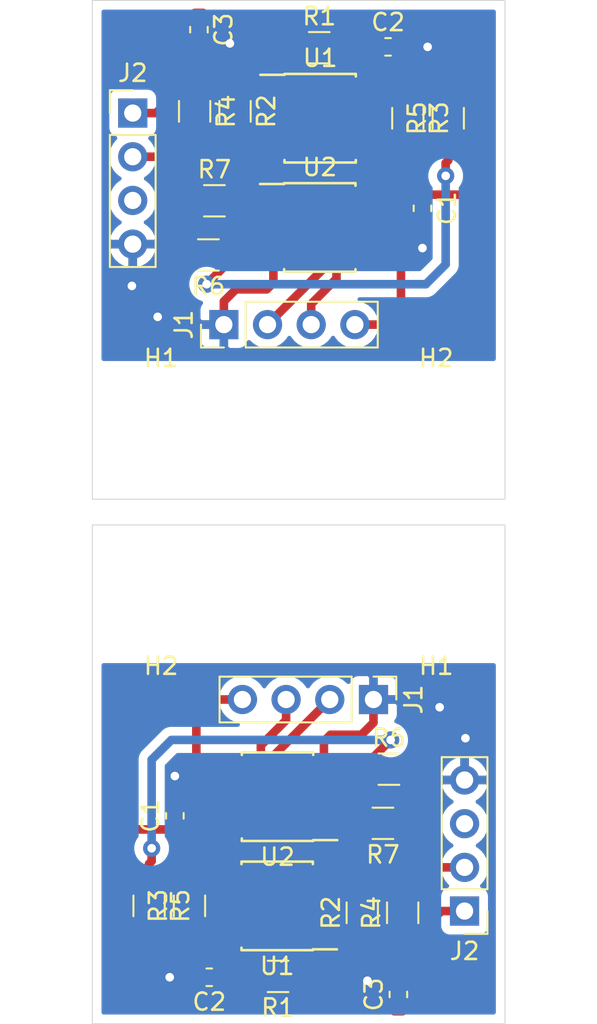
<source format=kicad_pcb>
(kicad_pcb (version 20171130) (host pcbnew "(5.1.0)-1")

  (general
    (thickness 1.6)
    (drawings 8)
    (tracks 238)
    (zones 0)
    (modules 32)
    (nets 13)
  )

  (page A4)
  (layers
    (0 F.Cu signal)
    (31 B.Cu signal hide)
    (32 B.Adhes user)
    (33 F.Adhes user)
    (34 B.Paste user)
    (35 F.Paste user)
    (36 B.SilkS user)
    (37 F.SilkS user)
    (38 B.Mask user)
    (39 F.Mask user)
    (40 Dwgs.User user)
    (41 Cmts.User user)
    (42 Eco1.User user)
    (43 Eco2.User user)
    (44 Edge.Cuts user)
    (45 Margin user hide)
    (46 B.CrtYd user hide)
    (47 F.CrtYd user)
    (48 B.Fab user hide)
    (49 F.Fab user)
  )

  (setup
    (last_trace_width 0.25)
    (user_trace_width 0.5)
    (trace_clearance 0.2)
    (zone_clearance 0.508)
    (zone_45_only no)
    (trace_min 0.2)
    (via_size 0.8)
    (via_drill 0.4)
    (via_min_size 0.4)
    (via_min_drill 0.3)
    (user_via 1 0.5)
    (uvia_size 0.3)
    (uvia_drill 0.1)
    (uvias_allowed no)
    (uvia_min_size 0.2)
    (uvia_min_drill 0.1)
    (edge_width 0.05)
    (segment_width 0.2)
    (pcb_text_width 0.3)
    (pcb_text_size 1.5 1.5)
    (mod_edge_width 0.12)
    (mod_text_size 1 1)
    (mod_text_width 0.15)
    (pad_size 1.524 1.524)
    (pad_drill 0.762)
    (pad_to_mask_clearance 0.051)
    (solder_mask_min_width 0.25)
    (aux_axis_origin 0 0)
    (visible_elements 7FFFFFFF)
    (pcbplotparams
      (layerselection 0x010fc_ffffffff)
      (usegerberextensions false)
      (usegerberattributes false)
      (usegerberadvancedattributes false)
      (creategerberjobfile false)
      (excludeedgelayer true)
      (linewidth 0.100000)
      (plotframeref false)
      (viasonmask false)
      (mode 1)
      (useauxorigin false)
      (hpglpennumber 1)
      (hpglpenspeed 20)
      (hpglpendiameter 15.000000)
      (psnegative false)
      (psa4output false)
      (plotreference true)
      (plotvalue true)
      (plotinvisibletext false)
      (padsonsilk false)
      (subtractmaskfromsilk false)
      (outputformat 1)
      (mirror false)
      (drillshape 1)
      (scaleselection 1)
      (outputdirectory ""))
  )

  (net 0 "")
  (net 1 +3V3)
  (net 2 "Net-(J1-Pad3)")
  (net 3 "Net-(J1-Pad2)")
  (net 4 GND)
  (net 5 "Net-(J2-Pad2)")
  (net 6 "Net-(R1-Pad2)")
  (net 7 "Net-(R1-Pad1)")
  (net 8 "Net-(R2-Pad1)")
  (net 9 "Net-(R3-Pad1)")
  (net 10 "Net-(R4-Pad2)")
  (net 11 "Net-(R5-Pad1)")
  (net 12 "Net-(U2-Pad6)")

  (net_class Default "Dies ist die voreingestellte Netzklasse."
    (clearance 0.2)
    (trace_width 0.25)
    (via_dia 0.8)
    (via_drill 0.4)
    (uvia_dia 0.3)
    (uvia_drill 0.1)
    (add_net +3V3)
    (add_net GND)
    (add_net "Net-(J1-Pad2)")
    (add_net "Net-(J1-Pad3)")
    (add_net "Net-(J2-Pad2)")
    (add_net "Net-(R1-Pad1)")
    (add_net "Net-(R1-Pad2)")
    (add_net "Net-(R2-Pad1)")
    (add_net "Net-(R3-Pad1)")
    (add_net "Net-(R4-Pad2)")
    (add_net "Net-(R5-Pad1)")
    (add_net "Net-(U2-Pad6)")
  )

  (module MountingHole:MountingHole_3.2mm_M3 (layer F.Cu) (tedit 56D1B4CB) (tstamp 5F863CFC)
    (at 131.5 120 180)
    (descr "Mounting Hole 3.2mm, no annular, M3")
    (tags "mounting hole 3.2mm no annular m3")
    (path /5F8EA7CE)
    (attr virtual)
    (fp_text reference H2 (at 0 -4.2 180) (layer F.SilkS)
      (effects (font (size 1 1) (thickness 0.15)))
    )
    (fp_text value MountingHole (at 0 4.2 180) (layer F.Fab)
      (effects (font (size 1 1) (thickness 0.15)))
    )
    (fp_text user %R (at 0.3 0 180) (layer F.Fab)
      (effects (font (size 1 1) (thickness 0.15)))
    )
    (fp_circle (center 0 0) (end 3.2 0) (layer Cmts.User) (width 0.15))
    (fp_circle (center 0 0) (end 3.45 0) (layer F.CrtYd) (width 0.05))
    (pad 1 np_thru_hole circle (at 0 0 180) (size 3.2 3.2) (drill 3.2) (layers *.Cu *.Mask))
  )

  (module MountingHole:MountingHole_3.2mm_M3 (layer F.Cu) (tedit 56D1B4CB) (tstamp 5F863CF5)
    (at 147.5 120 180)
    (descr "Mounting Hole 3.2mm, no annular, M3")
    (tags "mounting hole 3.2mm no annular m3")
    (path /5F8E34EF)
    (attr virtual)
    (fp_text reference H1 (at 0 -4.2 180) (layer F.SilkS)
      (effects (font (size 1 1) (thickness 0.15)))
    )
    (fp_text value MountingHole (at 0 4.2 180) (layer F.Fab)
      (effects (font (size 1 1) (thickness 0.15)))
    )
    (fp_text user %R (at 0.3 0 180) (layer F.Fab)
      (effects (font (size 1 1) (thickness 0.15)))
    )
    (fp_circle (center 0 0) (end 3.2 0) (layer Cmts.User) (width 0.15))
    (fp_circle (center 0 0) (end 3.45 0) (layer F.CrtYd) (width 0.05))
    (pad 1 np_thru_hole circle (at 0 0 180) (size 3.2 3.2) (drill 3.2) (layers *.Cu *.Mask))
  )

  (module Resistor_SMD:R_1206_3216Metric (layer F.Cu) (tedit 5B301BBD) (tstamp 5F863CE5)
    (at 144.4 133.35 180)
    (descr "Resistor SMD 1206 (3216 Metric), square (rectangular) end terminal, IPC_7351 nominal, (Body size source: http://www.tortai-tech.com/upload/download/2011102023233369053.pdf), generated with kicad-footprint-generator")
    (tags resistor)
    (path /5F86A6AC)
    (attr smd)
    (fp_text reference R7 (at 0 -1.82 180) (layer F.SilkS)
      (effects (font (size 1 1) (thickness 0.15)))
    )
    (fp_text value 1k (at 0 1.82 180) (layer F.Fab)
      (effects (font (size 1 1) (thickness 0.15)))
    )
    (fp_line (start -1.6 0.8) (end -1.6 -0.8) (layer F.Fab) (width 0.1))
    (fp_line (start -1.6 -0.8) (end 1.6 -0.8) (layer F.Fab) (width 0.1))
    (fp_line (start 1.6 -0.8) (end 1.6 0.8) (layer F.Fab) (width 0.1))
    (fp_line (start 1.6 0.8) (end -1.6 0.8) (layer F.Fab) (width 0.1))
    (fp_line (start -0.602064 -0.91) (end 0.602064 -0.91) (layer F.SilkS) (width 0.12))
    (fp_line (start -0.602064 0.91) (end 0.602064 0.91) (layer F.SilkS) (width 0.12))
    (fp_line (start -2.28 1.12) (end -2.28 -1.12) (layer F.CrtYd) (width 0.05))
    (fp_line (start -2.28 -1.12) (end 2.28 -1.12) (layer F.CrtYd) (width 0.05))
    (fp_line (start 2.28 -1.12) (end 2.28 1.12) (layer F.CrtYd) (width 0.05))
    (fp_line (start 2.28 1.12) (end -2.28 1.12) (layer F.CrtYd) (width 0.05))
    (fp_text user %R (at 0 0 180) (layer F.Fab)
      (effects (font (size 0.8 0.8) (thickness 0.12)))
    )
    (pad 1 smd roundrect (at -1.4 0 180) (size 1.25 1.75) (layers F.Cu F.Paste F.Mask) (roundrect_rratio 0.2))
    (pad 2 smd roundrect (at 1.4 0 180) (size 1.25 1.75) (layers F.Cu F.Paste F.Mask) (roundrect_rratio 0.2))
    (model ${KISYS3DMOD}/Resistor_SMD.3dshapes/R_1206_3216Metric.wrl
      (at (xyz 0 0 0))
      (scale (xyz 1 1 1))
      (rotate (xyz 0 0 0))
    )
  )

  (module Resistor_SMD:R_1206_3216Metric (layer F.Cu) (tedit 5B301BBD) (tstamp 5F863CD5)
    (at 130.8 138.15 270)
    (descr "Resistor SMD 1206 (3216 Metric), square (rectangular) end terminal, IPC_7351 nominal, (Body size source: http://www.tortai-tech.com/upload/download/2011102023233369053.pdf), generated with kicad-footprint-generator")
    (tags resistor)
    (path /5F86AC0F)
    (attr smd)
    (fp_text reference R5 (at 0 -1.82 270) (layer F.SilkS)
      (effects (font (size 1 1) (thickness 0.15)))
    )
    (fp_text value 1k (at 0 1.82 270) (layer F.Fab)
      (effects (font (size 1 1) (thickness 0.15)))
    )
    (fp_line (start -1.6 0.8) (end -1.6 -0.8) (layer F.Fab) (width 0.1))
    (fp_line (start -1.6 -0.8) (end 1.6 -0.8) (layer F.Fab) (width 0.1))
    (fp_line (start 1.6 -0.8) (end 1.6 0.8) (layer F.Fab) (width 0.1))
    (fp_line (start 1.6 0.8) (end -1.6 0.8) (layer F.Fab) (width 0.1))
    (fp_line (start -0.602064 -0.91) (end 0.602064 -0.91) (layer F.SilkS) (width 0.12))
    (fp_line (start -0.602064 0.91) (end 0.602064 0.91) (layer F.SilkS) (width 0.12))
    (fp_line (start -2.28 1.12) (end -2.28 -1.12) (layer F.CrtYd) (width 0.05))
    (fp_line (start -2.28 -1.12) (end 2.28 -1.12) (layer F.CrtYd) (width 0.05))
    (fp_line (start 2.28 -1.12) (end 2.28 1.12) (layer F.CrtYd) (width 0.05))
    (fp_line (start 2.28 1.12) (end -2.28 1.12) (layer F.CrtYd) (width 0.05))
    (fp_text user %R (at 0 0 270) (layer F.Fab)
      (effects (font (size 0.8 0.8) (thickness 0.12)))
    )
    (pad 1 smd roundrect (at -1.4 0 270) (size 1.25 1.75) (layers F.Cu F.Paste F.Mask) (roundrect_rratio 0.2))
    (pad 2 smd roundrect (at 1.4 0 270) (size 1.25 1.75) (layers F.Cu F.Paste F.Mask) (roundrect_rratio 0.2))
    (model ${KISYS3DMOD}/Resistor_SMD.3dshapes/R_1206_3216Metric.wrl
      (at (xyz 0 0 0))
      (scale (xyz 1 1 1))
      (rotate (xyz 0 0 0))
    )
  )

  (module Resistor_SMD:R_1206_3216Metric (layer F.Cu) (tedit 5B301BBD) (tstamp 5F863CC5)
    (at 144.75 130.2)
    (descr "Resistor SMD 1206 (3216 Metric), square (rectangular) end terminal, IPC_7351 nominal, (Body size source: http://www.tortai-tech.com/upload/download/2011102023233369053.pdf), generated with kicad-footprint-generator")
    (tags resistor)
    (path /5F86B0A5)
    (attr smd)
    (fp_text reference R6 (at 0 -1.82) (layer F.SilkS)
      (effects (font (size 1 1) (thickness 0.15)))
    )
    (fp_text value 1k (at 0 1.82) (layer F.Fab)
      (effects (font (size 1 1) (thickness 0.15)))
    )
    (fp_line (start -1.6 0.8) (end -1.6 -0.8) (layer F.Fab) (width 0.1))
    (fp_line (start -1.6 -0.8) (end 1.6 -0.8) (layer F.Fab) (width 0.1))
    (fp_line (start 1.6 -0.8) (end 1.6 0.8) (layer F.Fab) (width 0.1))
    (fp_line (start 1.6 0.8) (end -1.6 0.8) (layer F.Fab) (width 0.1))
    (fp_line (start -0.602064 -0.91) (end 0.602064 -0.91) (layer F.SilkS) (width 0.12))
    (fp_line (start -0.602064 0.91) (end 0.602064 0.91) (layer F.SilkS) (width 0.12))
    (fp_line (start -2.28 1.12) (end -2.28 -1.12) (layer F.CrtYd) (width 0.05))
    (fp_line (start -2.28 -1.12) (end 2.28 -1.12) (layer F.CrtYd) (width 0.05))
    (fp_line (start 2.28 -1.12) (end 2.28 1.12) (layer F.CrtYd) (width 0.05))
    (fp_line (start 2.28 1.12) (end -2.28 1.12) (layer F.CrtYd) (width 0.05))
    (fp_text user %R (at 0 0) (layer F.Fab)
      (effects (font (size 0.8 0.8) (thickness 0.12)))
    )
    (pad 1 smd roundrect (at -1.4 0) (size 1.25 1.75) (layers F.Cu F.Paste F.Mask) (roundrect_rratio 0.2))
    (pad 2 smd roundrect (at 1.4 0) (size 1.25 1.75) (layers F.Cu F.Paste F.Mask) (roundrect_rratio 0.2))
    (model ${KISYS3DMOD}/Resistor_SMD.3dshapes/R_1206_3216Metric.wrl
      (at (xyz 0 0 0))
      (scale (xyz 1 1 1))
      (rotate (xyz 0 0 0))
    )
  )

  (module Capacitor_SMD:C_0603_1608Metric (layer F.Cu) (tedit 5B301BBE) (tstamp 5F863CB5)
    (at 132.3 132.9125 90)
    (descr "Capacitor SMD 0603 (1608 Metric), square (rectangular) end terminal, IPC_7351 nominal, (Body size source: http://www.tortai-tech.com/upload/download/2011102023233369053.pdf), generated with kicad-footprint-generator")
    (tags capacitor)
    (path /5F8D3FC6)
    (attr smd)
    (fp_text reference C1 (at 0 -1.43 90) (layer F.SilkS)
      (effects (font (size 1 1) (thickness 0.15)))
    )
    (fp_text value C (at 0 1.43 90) (layer F.Fab)
      (effects (font (size 1 1) (thickness 0.15)))
    )
    (fp_line (start -0.8 0.4) (end -0.8 -0.4) (layer F.Fab) (width 0.1))
    (fp_line (start -0.8 -0.4) (end 0.8 -0.4) (layer F.Fab) (width 0.1))
    (fp_line (start 0.8 -0.4) (end 0.8 0.4) (layer F.Fab) (width 0.1))
    (fp_line (start 0.8 0.4) (end -0.8 0.4) (layer F.Fab) (width 0.1))
    (fp_line (start -0.162779 -0.51) (end 0.162779 -0.51) (layer F.SilkS) (width 0.12))
    (fp_line (start -0.162779 0.51) (end 0.162779 0.51) (layer F.SilkS) (width 0.12))
    (fp_line (start -1.48 0.73) (end -1.48 -0.73) (layer F.CrtYd) (width 0.05))
    (fp_line (start -1.48 -0.73) (end 1.48 -0.73) (layer F.CrtYd) (width 0.05))
    (fp_line (start 1.48 -0.73) (end 1.48 0.73) (layer F.CrtYd) (width 0.05))
    (fp_line (start 1.48 0.73) (end -1.48 0.73) (layer F.CrtYd) (width 0.05))
    (fp_text user %R (at 0 0 90) (layer F.Fab)
      (effects (font (size 0.4 0.4) (thickness 0.06)))
    )
    (pad 1 smd roundrect (at -0.7875 0 90) (size 0.875 0.95) (layers F.Cu F.Paste F.Mask) (roundrect_rratio 0.25))
    (pad 2 smd roundrect (at 0.7875 0 90) (size 0.875 0.95) (layers F.Cu F.Paste F.Mask) (roundrect_rratio 0.25))
    (model ${KISYS3DMOD}/Capacitor_SMD.3dshapes/C_0603_1608Metric.wrl
      (at (xyz 0 0 0))
      (scale (xyz 1 1 1))
      (rotate (xyz 0 0 0))
    )
  )

  (module Capacitor_SMD:C_0603_1608Metric (layer F.Cu) (tedit 5B301BBE) (tstamp 5F863CA5)
    (at 145.3 143.3 90)
    (descr "Capacitor SMD 0603 (1608 Metric), square (rectangular) end terminal, IPC_7351 nominal, (Body size source: http://www.tortai-tech.com/upload/download/2011102023233369053.pdf), generated with kicad-footprint-generator")
    (tags capacitor)
    (path /5F8D64BE)
    (attr smd)
    (fp_text reference C3 (at 0 -1.43 90) (layer F.SilkS)
      (effects (font (size 1 1) (thickness 0.15)))
    )
    (fp_text value C (at 0 1.43 90) (layer F.Fab)
      (effects (font (size 1 1) (thickness 0.15)))
    )
    (fp_line (start -0.8 0.4) (end -0.8 -0.4) (layer F.Fab) (width 0.1))
    (fp_line (start -0.8 -0.4) (end 0.8 -0.4) (layer F.Fab) (width 0.1))
    (fp_line (start 0.8 -0.4) (end 0.8 0.4) (layer F.Fab) (width 0.1))
    (fp_line (start 0.8 0.4) (end -0.8 0.4) (layer F.Fab) (width 0.1))
    (fp_line (start -0.162779 -0.51) (end 0.162779 -0.51) (layer F.SilkS) (width 0.12))
    (fp_line (start -0.162779 0.51) (end 0.162779 0.51) (layer F.SilkS) (width 0.12))
    (fp_line (start -1.48 0.73) (end -1.48 -0.73) (layer F.CrtYd) (width 0.05))
    (fp_line (start -1.48 -0.73) (end 1.48 -0.73) (layer F.CrtYd) (width 0.05))
    (fp_line (start 1.48 -0.73) (end 1.48 0.73) (layer F.CrtYd) (width 0.05))
    (fp_line (start 1.48 0.73) (end -1.48 0.73) (layer F.CrtYd) (width 0.05))
    (fp_text user %R (at 0 0 90) (layer F.Fab)
      (effects (font (size 0.4 0.4) (thickness 0.06)))
    )
    (pad 1 smd roundrect (at -0.7875 0 90) (size 0.875 0.95) (layers F.Cu F.Paste F.Mask) (roundrect_rratio 0.25))
    (pad 2 smd roundrect (at 0.7875 0 90) (size 0.875 0.95) (layers F.Cu F.Paste F.Mask) (roundrect_rratio 0.25))
    (model ${KISYS3DMOD}/Capacitor_SMD.3dshapes/C_0603_1608Metric.wrl
      (at (xyz 0 0 0))
      (scale (xyz 1 1 1))
      (rotate (xyz 0 0 0))
    )
  )

  (module Package_SO:SOIC-8_3.9x4.9mm_P1.27mm (layer F.Cu) (tedit 5A02F2D3) (tstamp 5F863C89)
    (at 138.27 131.8 180)
    (descr "8-Lead Plastic Small Outline (SN) - Narrow, 3.90 mm Body [SOIC] (see Microchip Packaging Specification http://ww1.microchip.com/downloads/en/PackagingSpec/00000049BQ.pdf)")
    (tags "SOIC 1.27")
    (path /5F876113)
    (attr smd)
    (fp_text reference U2 (at 0 -3.5 180) (layer F.SilkS)
      (effects (font (size 1 1) (thickness 0.15)))
    )
    (fp_text value OPA2990 (at 0 3.5 180) (layer F.Fab)
      (effects (font (size 1 1) (thickness 0.15)))
    )
    (fp_text user %R (at 0 0 180) (layer F.Fab)
      (effects (font (size 1 1) (thickness 0.15)))
    )
    (fp_line (start -0.95 -2.45) (end 1.95 -2.45) (layer F.Fab) (width 0.1))
    (fp_line (start 1.95 -2.45) (end 1.95 2.45) (layer F.Fab) (width 0.1))
    (fp_line (start 1.95 2.45) (end -1.95 2.45) (layer F.Fab) (width 0.1))
    (fp_line (start -1.95 2.45) (end -1.95 -1.45) (layer F.Fab) (width 0.1))
    (fp_line (start -1.95 -1.45) (end -0.95 -2.45) (layer F.Fab) (width 0.1))
    (fp_line (start -3.73 -2.7) (end -3.73 2.7) (layer F.CrtYd) (width 0.05))
    (fp_line (start 3.73 -2.7) (end 3.73 2.7) (layer F.CrtYd) (width 0.05))
    (fp_line (start -3.73 -2.7) (end 3.73 -2.7) (layer F.CrtYd) (width 0.05))
    (fp_line (start -3.73 2.7) (end 3.73 2.7) (layer F.CrtYd) (width 0.05))
    (fp_line (start -2.075 -2.575) (end -2.075 -2.525) (layer F.SilkS) (width 0.15))
    (fp_line (start 2.075 -2.575) (end 2.075 -2.43) (layer F.SilkS) (width 0.15))
    (fp_line (start 2.075 2.575) (end 2.075 2.43) (layer F.SilkS) (width 0.15))
    (fp_line (start -2.075 2.575) (end -2.075 2.43) (layer F.SilkS) (width 0.15))
    (fp_line (start -2.075 -2.575) (end 2.075 -2.575) (layer F.SilkS) (width 0.15))
    (fp_line (start -2.075 2.575) (end 2.075 2.575) (layer F.SilkS) (width 0.15))
    (fp_line (start -2.075 -2.525) (end -3.475 -2.525) (layer F.SilkS) (width 0.15))
    (pad 1 smd rect (at -2.7 -1.905 180) (size 1.55 0.6) (layers F.Cu F.Paste F.Mask))
    (pad 2 smd rect (at -2.7 -0.635 180) (size 1.55 0.6) (layers F.Cu F.Paste F.Mask))
    (pad 3 smd rect (at -2.7 0.635 180) (size 1.55 0.6) (layers F.Cu F.Paste F.Mask))
    (pad 4 smd rect (at -2.7 1.905 180) (size 1.55 0.6) (layers F.Cu F.Paste F.Mask))
    (pad 5 smd rect (at 2.7 1.905 180) (size 1.55 0.6) (layers F.Cu F.Paste F.Mask))
    (pad 6 smd rect (at 2.7 0.635 180) (size 1.55 0.6) (layers F.Cu F.Paste F.Mask))
    (pad 7 smd rect (at 2.7 -0.635 180) (size 1.55 0.6) (layers F.Cu F.Paste F.Mask))
    (pad 8 smd rect (at 2.7 -1.905 180) (size 1.55 0.6) (layers F.Cu F.Paste F.Mask))
    (model ${KISYS3DMOD}/Package_SO.3dshapes/SOIC-8_3.9x4.9mm_P1.27mm.wrl
      (at (xyz 0 0 0))
      (scale (xyz 1 1 1))
      (rotate (xyz 0 0 0))
    )
  )

  (module Package_SO:SOIC-8_3.9x4.9mm_P1.27mm (layer F.Cu) (tedit 5A02F2D3) (tstamp 5F863C6D)
    (at 138.25 138.15 180)
    (descr "8-Lead Plastic Small Outline (SN) - Narrow, 3.90 mm Body [SOIC] (see Microchip Packaging Specification http://ww1.microchip.com/downloads/en/PackagingSpec/00000049BQ.pdf)")
    (tags "SOIC 1.27")
    (path /5F85AFD6)
    (attr smd)
    (fp_text reference U1 (at 0 -3.5 180) (layer F.SilkS)
      (effects (font (size 1 1) (thickness 0.15)))
    )
    (fp_text value OPA2990 (at 0 3.5 180) (layer F.Fab)
      (effects (font (size 1 1) (thickness 0.15)))
    )
    (fp_text user %R (at 0 0 180) (layer F.Fab)
      (effects (font (size 1 1) (thickness 0.15)))
    )
    (fp_line (start -0.95 -2.45) (end 1.95 -2.45) (layer F.Fab) (width 0.1))
    (fp_line (start 1.95 -2.45) (end 1.95 2.45) (layer F.Fab) (width 0.1))
    (fp_line (start 1.95 2.45) (end -1.95 2.45) (layer F.Fab) (width 0.1))
    (fp_line (start -1.95 2.45) (end -1.95 -1.45) (layer F.Fab) (width 0.1))
    (fp_line (start -1.95 -1.45) (end -0.95 -2.45) (layer F.Fab) (width 0.1))
    (fp_line (start -3.73 -2.7) (end -3.73 2.7) (layer F.CrtYd) (width 0.05))
    (fp_line (start 3.73 -2.7) (end 3.73 2.7) (layer F.CrtYd) (width 0.05))
    (fp_line (start -3.73 -2.7) (end 3.73 -2.7) (layer F.CrtYd) (width 0.05))
    (fp_line (start -3.73 2.7) (end 3.73 2.7) (layer F.CrtYd) (width 0.05))
    (fp_line (start -2.075 -2.575) (end -2.075 -2.525) (layer F.SilkS) (width 0.15))
    (fp_line (start 2.075 -2.575) (end 2.075 -2.43) (layer F.SilkS) (width 0.15))
    (fp_line (start 2.075 2.575) (end 2.075 2.43) (layer F.SilkS) (width 0.15))
    (fp_line (start -2.075 2.575) (end -2.075 2.43) (layer F.SilkS) (width 0.15))
    (fp_line (start -2.075 -2.575) (end 2.075 -2.575) (layer F.SilkS) (width 0.15))
    (fp_line (start -2.075 2.575) (end 2.075 2.575) (layer F.SilkS) (width 0.15))
    (fp_line (start -2.075 -2.525) (end -3.475 -2.525) (layer F.SilkS) (width 0.15))
    (pad 1 smd rect (at -2.7 -1.905 180) (size 1.55 0.6) (layers F.Cu F.Paste F.Mask))
    (pad 2 smd rect (at -2.7 -0.635 180) (size 1.55 0.6) (layers F.Cu F.Paste F.Mask))
    (pad 3 smd rect (at -2.7 0.635 180) (size 1.55 0.6) (layers F.Cu F.Paste F.Mask))
    (pad 4 smd rect (at -2.7 1.905 180) (size 1.55 0.6) (layers F.Cu F.Paste F.Mask))
    (pad 5 smd rect (at 2.7 1.905 180) (size 1.55 0.6) (layers F.Cu F.Paste F.Mask))
    (pad 6 smd rect (at 2.7 0.635 180) (size 1.55 0.6) (layers F.Cu F.Paste F.Mask))
    (pad 7 smd rect (at 2.7 -0.635 180) (size 1.55 0.6) (layers F.Cu F.Paste F.Mask))
    (pad 8 smd rect (at 2.7 -1.905 180) (size 1.55 0.6) (layers F.Cu F.Paste F.Mask))
    (model ${KISYS3DMOD}/Package_SO.3dshapes/SOIC-8_3.9x4.9mm_P1.27mm.wrl
      (at (xyz 0 0 0))
      (scale (xyz 1 1 1))
      (rotate (xyz 0 0 0))
    )
  )

  (module Capacitor_SMD:C_0603_1608Metric (layer F.Cu) (tedit 5B301BBE) (tstamp 5F863C5D)
    (at 134.3 142.3 180)
    (descr "Capacitor SMD 0603 (1608 Metric), square (rectangular) end terminal, IPC_7351 nominal, (Body size source: http://www.tortai-tech.com/upload/download/2011102023233369053.pdf), generated with kicad-footprint-generator")
    (tags capacitor)
    (path /5F8D57EF)
    (attr smd)
    (fp_text reference C2 (at 0 -1.43 180) (layer F.SilkS)
      (effects (font (size 1 1) (thickness 0.15)))
    )
    (fp_text value C (at 0 1.43 180) (layer F.Fab)
      (effects (font (size 1 1) (thickness 0.15)))
    )
    (fp_line (start -0.8 0.4) (end -0.8 -0.4) (layer F.Fab) (width 0.1))
    (fp_line (start -0.8 -0.4) (end 0.8 -0.4) (layer F.Fab) (width 0.1))
    (fp_line (start 0.8 -0.4) (end 0.8 0.4) (layer F.Fab) (width 0.1))
    (fp_line (start 0.8 0.4) (end -0.8 0.4) (layer F.Fab) (width 0.1))
    (fp_line (start -0.162779 -0.51) (end 0.162779 -0.51) (layer F.SilkS) (width 0.12))
    (fp_line (start -0.162779 0.51) (end 0.162779 0.51) (layer F.SilkS) (width 0.12))
    (fp_line (start -1.48 0.73) (end -1.48 -0.73) (layer F.CrtYd) (width 0.05))
    (fp_line (start -1.48 -0.73) (end 1.48 -0.73) (layer F.CrtYd) (width 0.05))
    (fp_line (start 1.48 -0.73) (end 1.48 0.73) (layer F.CrtYd) (width 0.05))
    (fp_line (start 1.48 0.73) (end -1.48 0.73) (layer F.CrtYd) (width 0.05))
    (fp_text user %R (at 0 0 180) (layer F.Fab)
      (effects (font (size 0.4 0.4) (thickness 0.06)))
    )
    (pad 1 smd roundrect (at -0.7875 0 180) (size 0.875 0.95) (layers F.Cu F.Paste F.Mask) (roundrect_rratio 0.25))
    (pad 2 smd roundrect (at 0.7875 0 180) (size 0.875 0.95) (layers F.Cu F.Paste F.Mask) (roundrect_rratio 0.25))
    (model ${KISYS3DMOD}/Capacitor_SMD.3dshapes/C_0603_1608Metric.wrl
      (at (xyz 0 0 0))
      (scale (xyz 1 1 1))
      (rotate (xyz 0 0 0))
    )
  )

  (module Resistor_SMD:R_1206_3216Metric (layer F.Cu) (tedit 5B301BBD) (tstamp 5F863C4D)
    (at 145.55 138.55 90)
    (descr "Resistor SMD 1206 (3216 Metric), square (rectangular) end terminal, IPC_7351 nominal, (Body size source: http://www.tortai-tech.com/upload/download/2011102023233369053.pdf), generated with kicad-footprint-generator")
    (tags resistor)
    (path /5F86A2B0)
    (attr smd)
    (fp_text reference R4 (at 0 -1.82 90) (layer F.SilkS)
      (effects (font (size 1 1) (thickness 0.15)))
    )
    (fp_text value 1k (at 0 1.82 90) (layer F.Fab)
      (effects (font (size 1 1) (thickness 0.15)))
    )
    (fp_line (start -1.6 0.8) (end -1.6 -0.8) (layer F.Fab) (width 0.1))
    (fp_line (start -1.6 -0.8) (end 1.6 -0.8) (layer F.Fab) (width 0.1))
    (fp_line (start 1.6 -0.8) (end 1.6 0.8) (layer F.Fab) (width 0.1))
    (fp_line (start 1.6 0.8) (end -1.6 0.8) (layer F.Fab) (width 0.1))
    (fp_line (start -0.602064 -0.91) (end 0.602064 -0.91) (layer F.SilkS) (width 0.12))
    (fp_line (start -0.602064 0.91) (end 0.602064 0.91) (layer F.SilkS) (width 0.12))
    (fp_line (start -2.28 1.12) (end -2.28 -1.12) (layer F.CrtYd) (width 0.05))
    (fp_line (start -2.28 -1.12) (end 2.28 -1.12) (layer F.CrtYd) (width 0.05))
    (fp_line (start 2.28 -1.12) (end 2.28 1.12) (layer F.CrtYd) (width 0.05))
    (fp_line (start 2.28 1.12) (end -2.28 1.12) (layer F.CrtYd) (width 0.05))
    (fp_text user %R (at 0 0 90) (layer F.Fab)
      (effects (font (size 0.8 0.8) (thickness 0.12)))
    )
    (pad 1 smd roundrect (at -1.4 0 90) (size 1.25 1.75) (layers F.Cu F.Paste F.Mask) (roundrect_rratio 0.2))
    (pad 2 smd roundrect (at 1.4 0 90) (size 1.25 1.75) (layers F.Cu F.Paste F.Mask) (roundrect_rratio 0.2))
    (model ${KISYS3DMOD}/Resistor_SMD.3dshapes/R_1206_3216Metric.wrl
      (at (xyz 0 0 0))
      (scale (xyz 1 1 1))
      (rotate (xyz 0 0 0))
    )
  )

  (module Resistor_SMD:R_1206_3216Metric (layer F.Cu) (tedit 5B301BBD) (tstamp 5F863C3D)
    (at 133.15 138.15 90)
    (descr "Resistor SMD 1206 (3216 Metric), square (rectangular) end terminal, IPC_7351 nominal, (Body size source: http://www.tortai-tech.com/upload/download/2011102023233369053.pdf), generated with kicad-footprint-generator")
    (tags resistor)
    (path /5F8692F5)
    (attr smd)
    (fp_text reference R3 (at 0 -1.82 90) (layer F.SilkS)
      (effects (font (size 1 1) (thickness 0.15)))
    )
    (fp_text value 5k (at 0 1.82 90) (layer F.Fab)
      (effects (font (size 1 1) (thickness 0.15)))
    )
    (fp_line (start -1.6 0.8) (end -1.6 -0.8) (layer F.Fab) (width 0.1))
    (fp_line (start -1.6 -0.8) (end 1.6 -0.8) (layer F.Fab) (width 0.1))
    (fp_line (start 1.6 -0.8) (end 1.6 0.8) (layer F.Fab) (width 0.1))
    (fp_line (start 1.6 0.8) (end -1.6 0.8) (layer F.Fab) (width 0.1))
    (fp_line (start -0.602064 -0.91) (end 0.602064 -0.91) (layer F.SilkS) (width 0.12))
    (fp_line (start -0.602064 0.91) (end 0.602064 0.91) (layer F.SilkS) (width 0.12))
    (fp_line (start -2.28 1.12) (end -2.28 -1.12) (layer F.CrtYd) (width 0.05))
    (fp_line (start -2.28 -1.12) (end 2.28 -1.12) (layer F.CrtYd) (width 0.05))
    (fp_line (start 2.28 -1.12) (end 2.28 1.12) (layer F.CrtYd) (width 0.05))
    (fp_line (start 2.28 1.12) (end -2.28 1.12) (layer F.CrtYd) (width 0.05))
    (fp_text user %R (at 0 0 90) (layer F.Fab)
      (effects (font (size 0.8 0.8) (thickness 0.12)))
    )
    (pad 1 smd roundrect (at -1.4 0 90) (size 1.25 1.75) (layers F.Cu F.Paste F.Mask) (roundrect_rratio 0.2))
    (pad 2 smd roundrect (at 1.4 0 90) (size 1.25 1.75) (layers F.Cu F.Paste F.Mask) (roundrect_rratio 0.2))
    (model ${KISYS3DMOD}/Resistor_SMD.3dshapes/R_1206_3216Metric.wrl
      (at (xyz 0 0 0))
      (scale (xyz 1 1 1))
      (rotate (xyz 0 0 0))
    )
  )

  (module Resistor_SMD:R_1206_3216Metric (layer F.Cu) (tedit 5B301BBD) (tstamp 5F863C2D)
    (at 143.2 138.55 90)
    (descr "Resistor SMD 1206 (3216 Metric), square (rectangular) end terminal, IPC_7351 nominal, (Body size source: http://www.tortai-tech.com/upload/download/2011102023233369053.pdf), generated with kicad-footprint-generator")
    (tags resistor)
    (path /5F868E2E)
    (attr smd)
    (fp_text reference R2 (at 0 -1.82 90) (layer F.SilkS)
      (effects (font (size 1 1) (thickness 0.15)))
    )
    (fp_text value 5k (at 0 1.82 90) (layer F.Fab)
      (effects (font (size 1 1) (thickness 0.15)))
    )
    (fp_line (start -1.6 0.8) (end -1.6 -0.8) (layer F.Fab) (width 0.1))
    (fp_line (start -1.6 -0.8) (end 1.6 -0.8) (layer F.Fab) (width 0.1))
    (fp_line (start 1.6 -0.8) (end 1.6 0.8) (layer F.Fab) (width 0.1))
    (fp_line (start 1.6 0.8) (end -1.6 0.8) (layer F.Fab) (width 0.1))
    (fp_line (start -0.602064 -0.91) (end 0.602064 -0.91) (layer F.SilkS) (width 0.12))
    (fp_line (start -0.602064 0.91) (end 0.602064 0.91) (layer F.SilkS) (width 0.12))
    (fp_line (start -2.28 1.12) (end -2.28 -1.12) (layer F.CrtYd) (width 0.05))
    (fp_line (start -2.28 -1.12) (end 2.28 -1.12) (layer F.CrtYd) (width 0.05))
    (fp_line (start 2.28 -1.12) (end 2.28 1.12) (layer F.CrtYd) (width 0.05))
    (fp_line (start 2.28 1.12) (end -2.28 1.12) (layer F.CrtYd) (width 0.05))
    (fp_text user %R (at 0 0 90) (layer F.Fab)
      (effects (font (size 0.8 0.8) (thickness 0.12)))
    )
    (pad 1 smd roundrect (at -1.4 0 90) (size 1.25 1.75) (layers F.Cu F.Paste F.Mask) (roundrect_rratio 0.2))
    (pad 2 smd roundrect (at 1.4 0 90) (size 1.25 1.75) (layers F.Cu F.Paste F.Mask) (roundrect_rratio 0.2))
    (model ${KISYS3DMOD}/Resistor_SMD.3dshapes/R_1206_3216Metric.wrl
      (at (xyz 0 0 0))
      (scale (xyz 1 1 1))
      (rotate (xyz 0 0 0))
    )
  )

  (module Resistor_SMD:R_1206_3216Metric (layer F.Cu) (tedit 5B301BBD) (tstamp 5F863C1D)
    (at 138.3 142.25 180)
    (descr "Resistor SMD 1206 (3216 Metric), square (rectangular) end terminal, IPC_7351 nominal, (Body size source: http://www.tortai-tech.com/upload/download/2011102023233369053.pdf), generated with kicad-footprint-generator")
    (tags resistor)
    (path /5F8668E6)
    (attr smd)
    (fp_text reference R1 (at 0 -1.82 180) (layer F.SilkS)
      (effects (font (size 1 1) (thickness 0.15)))
    )
    (fp_text value 10 (at 0 1.82 180) (layer F.Fab)
      (effects (font (size 1 1) (thickness 0.15)))
    )
    (fp_line (start -1.6 0.8) (end -1.6 -0.8) (layer F.Fab) (width 0.1))
    (fp_line (start -1.6 -0.8) (end 1.6 -0.8) (layer F.Fab) (width 0.1))
    (fp_line (start 1.6 -0.8) (end 1.6 0.8) (layer F.Fab) (width 0.1))
    (fp_line (start 1.6 0.8) (end -1.6 0.8) (layer F.Fab) (width 0.1))
    (fp_line (start -0.602064 -0.91) (end 0.602064 -0.91) (layer F.SilkS) (width 0.12))
    (fp_line (start -0.602064 0.91) (end 0.602064 0.91) (layer F.SilkS) (width 0.12))
    (fp_line (start -2.28 1.12) (end -2.28 -1.12) (layer F.CrtYd) (width 0.05))
    (fp_line (start -2.28 -1.12) (end 2.28 -1.12) (layer F.CrtYd) (width 0.05))
    (fp_line (start 2.28 -1.12) (end 2.28 1.12) (layer F.CrtYd) (width 0.05))
    (fp_line (start 2.28 1.12) (end -2.28 1.12) (layer F.CrtYd) (width 0.05))
    (fp_text user %R (at 0 0 180) (layer F.Fab)
      (effects (font (size 0.8 0.8) (thickness 0.12)))
    )
    (pad 1 smd roundrect (at -1.4 0 180) (size 1.25 1.75) (layers F.Cu F.Paste F.Mask) (roundrect_rratio 0.2))
    (pad 2 smd roundrect (at 1.4 0 180) (size 1.25 1.75) (layers F.Cu F.Paste F.Mask) (roundrect_rratio 0.2))
    (model ${KISYS3DMOD}/Resistor_SMD.3dshapes/R_1206_3216Metric.wrl
      (at (xyz 0 0 0))
      (scale (xyz 1 1 1))
      (rotate (xyz 0 0 0))
    )
  )

  (module Connector_PinHeader_2.54mm:PinHeader_1x04_P2.54mm_Vertical (layer F.Cu) (tedit 59FED5CC) (tstamp 5F863C06)
    (at 149.15 138.45 180)
    (descr "Through hole straight pin header, 1x04, 2.54mm pitch, single row")
    (tags "Through hole pin header THT 1x04 2.54mm single row")
    (path /5F8898B8)
    (fp_text reference J2 (at 0 -2.33 180) (layer F.SilkS)
      (effects (font (size 1 1) (thickness 0.15)))
    )
    (fp_text value Conn_01x04_Female (at 0 9.95 180) (layer F.Fab)
      (effects (font (size 1 1) (thickness 0.15)))
    )
    (fp_line (start -0.635 -1.27) (end 1.27 -1.27) (layer F.Fab) (width 0.1))
    (fp_line (start 1.27 -1.27) (end 1.27 8.89) (layer F.Fab) (width 0.1))
    (fp_line (start 1.27 8.89) (end -1.27 8.89) (layer F.Fab) (width 0.1))
    (fp_line (start -1.27 8.89) (end -1.27 -0.635) (layer F.Fab) (width 0.1))
    (fp_line (start -1.27 -0.635) (end -0.635 -1.27) (layer F.Fab) (width 0.1))
    (fp_line (start -1.33 8.95) (end 1.33 8.95) (layer F.SilkS) (width 0.12))
    (fp_line (start -1.33 1.27) (end -1.33 8.95) (layer F.SilkS) (width 0.12))
    (fp_line (start 1.33 1.27) (end 1.33 8.95) (layer F.SilkS) (width 0.12))
    (fp_line (start -1.33 1.27) (end 1.33 1.27) (layer F.SilkS) (width 0.12))
    (fp_line (start -1.33 0) (end -1.33 -1.33) (layer F.SilkS) (width 0.12))
    (fp_line (start -1.33 -1.33) (end 0 -1.33) (layer F.SilkS) (width 0.12))
    (fp_line (start -1.8 -1.8) (end -1.8 9.4) (layer F.CrtYd) (width 0.05))
    (fp_line (start -1.8 9.4) (end 1.8 9.4) (layer F.CrtYd) (width 0.05))
    (fp_line (start 1.8 9.4) (end 1.8 -1.8) (layer F.CrtYd) (width 0.05))
    (fp_line (start 1.8 -1.8) (end -1.8 -1.8) (layer F.CrtYd) (width 0.05))
    (fp_text user %R (at 0 3.81 270) (layer F.Fab)
      (effects (font (size 1 1) (thickness 0.15)))
    )
    (pad 1 thru_hole rect (at 0 0 180) (size 1.7 1.7) (drill 1) (layers *.Cu *.Mask))
    (pad 2 thru_hole oval (at 0 2.54 180) (size 1.7 1.7) (drill 1) (layers *.Cu *.Mask))
    (pad 3 thru_hole oval (at 0 5.08 180) (size 1.7 1.7) (drill 1) (layers *.Cu *.Mask))
    (pad 4 thru_hole oval (at 0 7.62 180) (size 1.7 1.7) (drill 1) (layers *.Cu *.Mask))
    (model ${KISYS3DMOD}/Connector_PinHeader_2.54mm.3dshapes/PinHeader_1x04_P2.54mm_Vertical.wrl
      (at (xyz 0 0 0))
      (scale (xyz 1 1 1))
      (rotate (xyz 0 0 0))
    )
  )

  (module Connector_PinHeader_2.54mm:PinHeader_1x04_P2.54mm_Vertical (layer F.Cu) (tedit 59FED5CC) (tstamp 5F863BEF)
    (at 143.85 126.15 270)
    (descr "Through hole straight pin header, 1x04, 2.54mm pitch, single row")
    (tags "Through hole pin header THT 1x04 2.54mm single row")
    (path /5F870CAA)
    (fp_text reference J1 (at 0 -2.33 270) (layer F.SilkS)
      (effects (font (size 1 1) (thickness 0.15)))
    )
    (fp_text value Conn_01x04_Female (at 0 9.95 270) (layer F.Fab)
      (effects (font (size 1 1) (thickness 0.15)))
    )
    (fp_line (start -0.635 -1.27) (end 1.27 -1.27) (layer F.Fab) (width 0.1))
    (fp_line (start 1.27 -1.27) (end 1.27 8.89) (layer F.Fab) (width 0.1))
    (fp_line (start 1.27 8.89) (end -1.27 8.89) (layer F.Fab) (width 0.1))
    (fp_line (start -1.27 8.89) (end -1.27 -0.635) (layer F.Fab) (width 0.1))
    (fp_line (start -1.27 -0.635) (end -0.635 -1.27) (layer F.Fab) (width 0.1))
    (fp_line (start -1.33 8.95) (end 1.33 8.95) (layer F.SilkS) (width 0.12))
    (fp_line (start -1.33 1.27) (end -1.33 8.95) (layer F.SilkS) (width 0.12))
    (fp_line (start 1.33 1.27) (end 1.33 8.95) (layer F.SilkS) (width 0.12))
    (fp_line (start -1.33 1.27) (end 1.33 1.27) (layer F.SilkS) (width 0.12))
    (fp_line (start -1.33 0) (end -1.33 -1.33) (layer F.SilkS) (width 0.12))
    (fp_line (start -1.33 -1.33) (end 0 -1.33) (layer F.SilkS) (width 0.12))
    (fp_line (start -1.8 -1.8) (end -1.8 9.4) (layer F.CrtYd) (width 0.05))
    (fp_line (start -1.8 9.4) (end 1.8 9.4) (layer F.CrtYd) (width 0.05))
    (fp_line (start 1.8 9.4) (end 1.8 -1.8) (layer F.CrtYd) (width 0.05))
    (fp_line (start 1.8 -1.8) (end -1.8 -1.8) (layer F.CrtYd) (width 0.05))
    (fp_text user %R (at 0 3.81) (layer F.Fab)
      (effects (font (size 1 1) (thickness 0.15)))
    )
    (pad 1 thru_hole rect (at 0 0 270) (size 1.7 1.7) (drill 1) (layers *.Cu *.Mask))
    (pad 2 thru_hole oval (at 0 2.54 270) (size 1.7 1.7) (drill 1) (layers *.Cu *.Mask))
    (pad 3 thru_hole oval (at 0 5.08 270) (size 1.7 1.7) (drill 1) (layers *.Cu *.Mask))
    (pad 4 thru_hole oval (at 0 7.62 270) (size 1.7 1.7) (drill 1) (layers *.Cu *.Mask))
    (model ${KISYS3DMOD}/Connector_PinHeader_2.54mm.3dshapes/PinHeader_1x04_P2.54mm_Vertical.wrl
      (at (xyz 0 0 0))
      (scale (xyz 1 1 1))
      (rotate (xyz 0 0 0))
    )
  )

  (module MountingHole:MountingHole_3.2mm_M3 (layer F.Cu) (tedit 56D1B4CB) (tstamp 5F863956)
    (at 147.5 110.5)
    (descr "Mounting Hole 3.2mm, no annular, M3")
    (tags "mounting hole 3.2mm no annular m3")
    (path /5F8EA7CE)
    (attr virtual)
    (fp_text reference H2 (at 0 -4.2) (layer F.SilkS)
      (effects (font (size 1 1) (thickness 0.15)))
    )
    (fp_text value MountingHole (at 0 4.2) (layer F.Fab)
      (effects (font (size 1 1) (thickness 0.15)))
    )
    (fp_circle (center 0 0) (end 3.45 0) (layer F.CrtYd) (width 0.05))
    (fp_circle (center 0 0) (end 3.2 0) (layer Cmts.User) (width 0.15))
    (fp_text user %R (at 0.3 0) (layer F.Fab)
      (effects (font (size 1 1) (thickness 0.15)))
    )
    (pad 1 np_thru_hole circle (at 0 0) (size 3.2 3.2) (drill 3.2) (layers *.Cu *.Mask))
  )

  (module MountingHole:MountingHole_3.2mm_M3 (layer F.Cu) (tedit 56D1B4CB) (tstamp 5F862C20)
    (at 131.5 110.5)
    (descr "Mounting Hole 3.2mm, no annular, M3")
    (tags "mounting hole 3.2mm no annular m3")
    (path /5F8E34EF)
    (attr virtual)
    (fp_text reference H1 (at 0 -4.2) (layer F.SilkS)
      (effects (font (size 1 1) (thickness 0.15)))
    )
    (fp_text value MountingHole (at 0 4.2) (layer F.Fab)
      (effects (font (size 1 1) (thickness 0.15)))
    )
    (fp_circle (center 0 0) (end 3.45 0) (layer F.CrtYd) (width 0.05))
    (fp_circle (center 0 0) (end 3.2 0) (layer Cmts.User) (width 0.15))
    (fp_text user %R (at 0.3 0) (layer F.Fab)
      (effects (font (size 1 1) (thickness 0.15)))
    )
    (pad 1 np_thru_hole circle (at 0 0) (size 3.2 3.2) (drill 3.2) (layers *.Cu *.Mask))
  )

  (module Capacitor_SMD:C_0603_1608Metric (layer F.Cu) (tedit 5B301BBE) (tstamp 5F86242D)
    (at 133.7 87.2 270)
    (descr "Capacitor SMD 0603 (1608 Metric), square (rectangular) end terminal, IPC_7351 nominal, (Body size source: http://www.tortai-tech.com/upload/download/2011102023233369053.pdf), generated with kicad-footprint-generator")
    (tags capacitor)
    (path /5F8D64BE)
    (attr smd)
    (fp_text reference C3 (at 0 -1.43 270) (layer F.SilkS)
      (effects (font (size 1 1) (thickness 0.15)))
    )
    (fp_text value C (at 0 1.43 270) (layer F.Fab)
      (effects (font (size 1 1) (thickness 0.15)))
    )
    (fp_text user %R (at 0 0 270) (layer F.Fab)
      (effects (font (size 0.4 0.4) (thickness 0.06)))
    )
    (fp_line (start 1.48 0.73) (end -1.48 0.73) (layer F.CrtYd) (width 0.05))
    (fp_line (start 1.48 -0.73) (end 1.48 0.73) (layer F.CrtYd) (width 0.05))
    (fp_line (start -1.48 -0.73) (end 1.48 -0.73) (layer F.CrtYd) (width 0.05))
    (fp_line (start -1.48 0.73) (end -1.48 -0.73) (layer F.CrtYd) (width 0.05))
    (fp_line (start -0.162779 0.51) (end 0.162779 0.51) (layer F.SilkS) (width 0.12))
    (fp_line (start -0.162779 -0.51) (end 0.162779 -0.51) (layer F.SilkS) (width 0.12))
    (fp_line (start 0.8 0.4) (end -0.8 0.4) (layer F.Fab) (width 0.1))
    (fp_line (start 0.8 -0.4) (end 0.8 0.4) (layer F.Fab) (width 0.1))
    (fp_line (start -0.8 -0.4) (end 0.8 -0.4) (layer F.Fab) (width 0.1))
    (fp_line (start -0.8 0.4) (end -0.8 -0.4) (layer F.Fab) (width 0.1))
    (pad 2 smd roundrect (at 0.7875 0 270) (size 0.875 0.95) (layers F.Cu F.Paste F.Mask) (roundrect_rratio 0.25)
      (net 4 GND))
    (pad 1 smd roundrect (at -0.7875 0 270) (size 0.875 0.95) (layers F.Cu F.Paste F.Mask) (roundrect_rratio 0.25)
      (net 1 +3V3))
    (model ${KISYS3DMOD}/Capacitor_SMD.3dshapes/C_0603_1608Metric.wrl
      (at (xyz 0 0 0))
      (scale (xyz 1 1 1))
      (rotate (xyz 0 0 0))
    )
  )

  (module Capacitor_SMD:C_0603_1608Metric (layer F.Cu) (tedit 5B301BBE) (tstamp 5F86241C)
    (at 144.7 88.2)
    (descr "Capacitor SMD 0603 (1608 Metric), square (rectangular) end terminal, IPC_7351 nominal, (Body size source: http://www.tortai-tech.com/upload/download/2011102023233369053.pdf), generated with kicad-footprint-generator")
    (tags capacitor)
    (path /5F8D57EF)
    (attr smd)
    (fp_text reference C2 (at 0 -1.43) (layer F.SilkS)
      (effects (font (size 1 1) (thickness 0.15)))
    )
    (fp_text value C (at 0 1.43) (layer F.Fab)
      (effects (font (size 1 1) (thickness 0.15)))
    )
    (fp_text user %R (at 0 0) (layer F.Fab)
      (effects (font (size 0.4 0.4) (thickness 0.06)))
    )
    (fp_line (start 1.48 0.73) (end -1.48 0.73) (layer F.CrtYd) (width 0.05))
    (fp_line (start 1.48 -0.73) (end 1.48 0.73) (layer F.CrtYd) (width 0.05))
    (fp_line (start -1.48 -0.73) (end 1.48 -0.73) (layer F.CrtYd) (width 0.05))
    (fp_line (start -1.48 0.73) (end -1.48 -0.73) (layer F.CrtYd) (width 0.05))
    (fp_line (start -0.162779 0.51) (end 0.162779 0.51) (layer F.SilkS) (width 0.12))
    (fp_line (start -0.162779 -0.51) (end 0.162779 -0.51) (layer F.SilkS) (width 0.12))
    (fp_line (start 0.8 0.4) (end -0.8 0.4) (layer F.Fab) (width 0.1))
    (fp_line (start 0.8 -0.4) (end 0.8 0.4) (layer F.Fab) (width 0.1))
    (fp_line (start -0.8 -0.4) (end 0.8 -0.4) (layer F.Fab) (width 0.1))
    (fp_line (start -0.8 0.4) (end -0.8 -0.4) (layer F.Fab) (width 0.1))
    (pad 2 smd roundrect (at 0.7875 0) (size 0.875 0.95) (layers F.Cu F.Paste F.Mask) (roundrect_rratio 0.25)
      (net 4 GND))
    (pad 1 smd roundrect (at -0.7875 0) (size 0.875 0.95) (layers F.Cu F.Paste F.Mask) (roundrect_rratio 0.25)
      (net 1 +3V3))
    (model ${KISYS3DMOD}/Capacitor_SMD.3dshapes/C_0603_1608Metric.wrl
      (at (xyz 0 0 0))
      (scale (xyz 1 1 1))
      (rotate (xyz 0 0 0))
    )
  )

  (module Capacitor_SMD:C_0603_1608Metric (layer F.Cu) (tedit 5B301BBE) (tstamp 5F86240B)
    (at 146.7 97.5875 270)
    (descr "Capacitor SMD 0603 (1608 Metric), square (rectangular) end terminal, IPC_7351 nominal, (Body size source: http://www.tortai-tech.com/upload/download/2011102023233369053.pdf), generated with kicad-footprint-generator")
    (tags capacitor)
    (path /5F8D3FC6)
    (attr smd)
    (fp_text reference C1 (at 0 -1.43 270) (layer F.SilkS)
      (effects (font (size 1 1) (thickness 0.15)))
    )
    (fp_text value C (at 0 1.43 270) (layer F.Fab)
      (effects (font (size 1 1) (thickness 0.15)))
    )
    (fp_text user %R (at 0 0 270) (layer F.Fab)
      (effects (font (size 0.4 0.4) (thickness 0.06)))
    )
    (fp_line (start 1.48 0.73) (end -1.48 0.73) (layer F.CrtYd) (width 0.05))
    (fp_line (start 1.48 -0.73) (end 1.48 0.73) (layer F.CrtYd) (width 0.05))
    (fp_line (start -1.48 -0.73) (end 1.48 -0.73) (layer F.CrtYd) (width 0.05))
    (fp_line (start -1.48 0.73) (end -1.48 -0.73) (layer F.CrtYd) (width 0.05))
    (fp_line (start -0.162779 0.51) (end 0.162779 0.51) (layer F.SilkS) (width 0.12))
    (fp_line (start -0.162779 -0.51) (end 0.162779 -0.51) (layer F.SilkS) (width 0.12))
    (fp_line (start 0.8 0.4) (end -0.8 0.4) (layer F.Fab) (width 0.1))
    (fp_line (start 0.8 -0.4) (end 0.8 0.4) (layer F.Fab) (width 0.1))
    (fp_line (start -0.8 -0.4) (end 0.8 -0.4) (layer F.Fab) (width 0.1))
    (fp_line (start -0.8 0.4) (end -0.8 -0.4) (layer F.Fab) (width 0.1))
    (pad 2 smd roundrect (at 0.7875 0 270) (size 0.875 0.95) (layers F.Cu F.Paste F.Mask) (roundrect_rratio 0.25)
      (net 4 GND))
    (pad 1 smd roundrect (at -0.7875 0 270) (size 0.875 0.95) (layers F.Cu F.Paste F.Mask) (roundrect_rratio 0.25)
      (net 1 +3V3))
    (model ${KISYS3DMOD}/Capacitor_SMD.3dshapes/C_0603_1608Metric.wrl
      (at (xyz 0 0 0))
      (scale (xyz 1 1 1))
      (rotate (xyz 0 0 0))
    )
  )

  (module Package_SO:SOIC-8_3.9x4.9mm_P1.27mm (layer F.Cu) (tedit 5A02F2D3) (tstamp 5F860851)
    (at 140.73 98.7)
    (descr "8-Lead Plastic Small Outline (SN) - Narrow, 3.90 mm Body [SOIC] (see Microchip Packaging Specification http://ww1.microchip.com/downloads/en/PackagingSpec/00000049BQ.pdf)")
    (tags "SOIC 1.27")
    (path /5F876113)
    (attr smd)
    (fp_text reference U2 (at 0 -3.5) (layer F.SilkS)
      (effects (font (size 1 1) (thickness 0.15)))
    )
    (fp_text value OPA2990 (at 0 3.5) (layer F.Fab)
      (effects (font (size 1 1) (thickness 0.15)))
    )
    (fp_line (start -2.075 -2.525) (end -3.475 -2.525) (layer F.SilkS) (width 0.15))
    (fp_line (start -2.075 2.575) (end 2.075 2.575) (layer F.SilkS) (width 0.15))
    (fp_line (start -2.075 -2.575) (end 2.075 -2.575) (layer F.SilkS) (width 0.15))
    (fp_line (start -2.075 2.575) (end -2.075 2.43) (layer F.SilkS) (width 0.15))
    (fp_line (start 2.075 2.575) (end 2.075 2.43) (layer F.SilkS) (width 0.15))
    (fp_line (start 2.075 -2.575) (end 2.075 -2.43) (layer F.SilkS) (width 0.15))
    (fp_line (start -2.075 -2.575) (end -2.075 -2.525) (layer F.SilkS) (width 0.15))
    (fp_line (start -3.73 2.7) (end 3.73 2.7) (layer F.CrtYd) (width 0.05))
    (fp_line (start -3.73 -2.7) (end 3.73 -2.7) (layer F.CrtYd) (width 0.05))
    (fp_line (start 3.73 -2.7) (end 3.73 2.7) (layer F.CrtYd) (width 0.05))
    (fp_line (start -3.73 -2.7) (end -3.73 2.7) (layer F.CrtYd) (width 0.05))
    (fp_line (start -1.95 -1.45) (end -0.95 -2.45) (layer F.Fab) (width 0.1))
    (fp_line (start -1.95 2.45) (end -1.95 -1.45) (layer F.Fab) (width 0.1))
    (fp_line (start 1.95 2.45) (end -1.95 2.45) (layer F.Fab) (width 0.1))
    (fp_line (start 1.95 -2.45) (end 1.95 2.45) (layer F.Fab) (width 0.1))
    (fp_line (start -0.95 -2.45) (end 1.95 -2.45) (layer F.Fab) (width 0.1))
    (fp_text user %R (at 0 0) (layer F.Fab)
      (effects (font (size 1 1) (thickness 0.15)))
    )
    (pad 8 smd rect (at 2.7 -1.905) (size 1.55 0.6) (layers F.Cu F.Paste F.Mask)
      (net 1 +3V3))
    (pad 7 smd rect (at 2.7 -0.635) (size 1.55 0.6) (layers F.Cu F.Paste F.Mask)
      (net 12 "Net-(U2-Pad6)"))
    (pad 6 smd rect (at 2.7 0.635) (size 1.55 0.6) (layers F.Cu F.Paste F.Mask)
      (net 12 "Net-(U2-Pad6)"))
    (pad 5 smd rect (at 2.7 1.905) (size 1.55 0.6) (layers F.Cu F.Paste F.Mask))
    (pad 4 smd rect (at -2.7 1.905) (size 1.55 0.6) (layers F.Cu F.Paste F.Mask)
      (net 4 GND))
    (pad 3 smd rect (at -2.7 0.635) (size 1.55 0.6) (layers F.Cu F.Paste F.Mask)
      (net 11 "Net-(R5-Pad1)"))
    (pad 2 smd rect (at -2.7 -0.635) (size 1.55 0.6) (layers F.Cu F.Paste F.Mask)
      (net 10 "Net-(R4-Pad2)"))
    (pad 1 smd rect (at -2.7 -1.905) (size 1.55 0.6) (layers F.Cu F.Paste F.Mask)
      (net 5 "Net-(J2-Pad2)"))
    (model ${KISYS3DMOD}/Package_SO.3dshapes/SOIC-8_3.9x4.9mm_P1.27mm.wrl
      (at (xyz 0 0 0))
      (scale (xyz 1 1 1))
      (rotate (xyz 0 0 0))
    )
  )

  (module Package_SO:SOIC-8_3.9x4.9mm_P1.27mm (layer F.Cu) (tedit 5A02F2D3) (tstamp 5F860834)
    (at 140.75 92.35)
    (descr "8-Lead Plastic Small Outline (SN) - Narrow, 3.90 mm Body [SOIC] (see Microchip Packaging Specification http://ww1.microchip.com/downloads/en/PackagingSpec/00000049BQ.pdf)")
    (tags "SOIC 1.27")
    (path /5F85AFD6)
    (attr smd)
    (fp_text reference U1 (at 0 -3.5) (layer F.SilkS)
      (effects (font (size 1 1) (thickness 0.15)))
    )
    (fp_text value OPA2990 (at 0 3.5) (layer F.Fab)
      (effects (font (size 1 1) (thickness 0.15)))
    )
    (fp_line (start -2.075 -2.525) (end -3.475 -2.525) (layer F.SilkS) (width 0.15))
    (fp_line (start -2.075 2.575) (end 2.075 2.575) (layer F.SilkS) (width 0.15))
    (fp_line (start -2.075 -2.575) (end 2.075 -2.575) (layer F.SilkS) (width 0.15))
    (fp_line (start -2.075 2.575) (end -2.075 2.43) (layer F.SilkS) (width 0.15))
    (fp_line (start 2.075 2.575) (end 2.075 2.43) (layer F.SilkS) (width 0.15))
    (fp_line (start 2.075 -2.575) (end 2.075 -2.43) (layer F.SilkS) (width 0.15))
    (fp_line (start -2.075 -2.575) (end -2.075 -2.525) (layer F.SilkS) (width 0.15))
    (fp_line (start -3.73 2.7) (end 3.73 2.7) (layer F.CrtYd) (width 0.05))
    (fp_line (start -3.73 -2.7) (end 3.73 -2.7) (layer F.CrtYd) (width 0.05))
    (fp_line (start 3.73 -2.7) (end 3.73 2.7) (layer F.CrtYd) (width 0.05))
    (fp_line (start -3.73 -2.7) (end -3.73 2.7) (layer F.CrtYd) (width 0.05))
    (fp_line (start -1.95 -1.45) (end -0.95 -2.45) (layer F.Fab) (width 0.1))
    (fp_line (start -1.95 2.45) (end -1.95 -1.45) (layer F.Fab) (width 0.1))
    (fp_line (start 1.95 2.45) (end -1.95 2.45) (layer F.Fab) (width 0.1))
    (fp_line (start 1.95 -2.45) (end 1.95 2.45) (layer F.Fab) (width 0.1))
    (fp_line (start -0.95 -2.45) (end 1.95 -2.45) (layer F.Fab) (width 0.1))
    (fp_text user %R (at 0 0) (layer F.Fab)
      (effects (font (size 1 1) (thickness 0.15)))
    )
    (pad 8 smd rect (at 2.7 -1.905) (size 1.55 0.6) (layers F.Cu F.Paste F.Mask)
      (net 1 +3V3))
    (pad 7 smd rect (at 2.7 -0.635) (size 1.55 0.6) (layers F.Cu F.Paste F.Mask)
      (net 9 "Net-(R3-Pad1)"))
    (pad 6 smd rect (at 2.7 0.635) (size 1.55 0.6) (layers F.Cu F.Paste F.Mask)
      (net 6 "Net-(R1-Pad2)"))
    (pad 5 smd rect (at 2.7 1.905) (size 1.55 0.6) (layers F.Cu F.Paste F.Mask)
      (net 2 "Net-(J1-Pad3)"))
    (pad 4 smd rect (at -2.7 1.905) (size 1.55 0.6) (layers F.Cu F.Paste F.Mask)
      (net 4 GND))
    (pad 3 smd rect (at -2.7 0.635) (size 1.55 0.6) (layers F.Cu F.Paste F.Mask)
      (net 3 "Net-(J1-Pad2)"))
    (pad 2 smd rect (at -2.7 -0.635) (size 1.55 0.6) (layers F.Cu F.Paste F.Mask)
      (net 7 "Net-(R1-Pad1)"))
    (pad 1 smd rect (at -2.7 -1.905) (size 1.55 0.6) (layers F.Cu F.Paste F.Mask)
      (net 8 "Net-(R2-Pad1)"))
    (model ${KISYS3DMOD}/Package_SO.3dshapes/SOIC-8_3.9x4.9mm_P1.27mm.wrl
      (at (xyz 0 0 0))
      (scale (xyz 1 1 1))
      (rotate (xyz 0 0 0))
    )
  )

  (module Resistor_SMD:R_1206_3216Metric (layer F.Cu) (tedit 5B301BBD) (tstamp 5F860817)
    (at 134.6 97.15)
    (descr "Resistor SMD 1206 (3216 Metric), square (rectangular) end terminal, IPC_7351 nominal, (Body size source: http://www.tortai-tech.com/upload/download/2011102023233369053.pdf), generated with kicad-footprint-generator")
    (tags resistor)
    (path /5F86A6AC)
    (attr smd)
    (fp_text reference R7 (at 0 -1.82) (layer F.SilkS)
      (effects (font (size 1 1) (thickness 0.15)))
    )
    (fp_text value 1k (at 0 1.82) (layer F.Fab)
      (effects (font (size 1 1) (thickness 0.15)))
    )
    (fp_text user %R (at 0 0) (layer F.Fab)
      (effects (font (size 0.8 0.8) (thickness 0.12)))
    )
    (fp_line (start 2.28 1.12) (end -2.28 1.12) (layer F.CrtYd) (width 0.05))
    (fp_line (start 2.28 -1.12) (end 2.28 1.12) (layer F.CrtYd) (width 0.05))
    (fp_line (start -2.28 -1.12) (end 2.28 -1.12) (layer F.CrtYd) (width 0.05))
    (fp_line (start -2.28 1.12) (end -2.28 -1.12) (layer F.CrtYd) (width 0.05))
    (fp_line (start -0.602064 0.91) (end 0.602064 0.91) (layer F.SilkS) (width 0.12))
    (fp_line (start -0.602064 -0.91) (end 0.602064 -0.91) (layer F.SilkS) (width 0.12))
    (fp_line (start 1.6 0.8) (end -1.6 0.8) (layer F.Fab) (width 0.1))
    (fp_line (start 1.6 -0.8) (end 1.6 0.8) (layer F.Fab) (width 0.1))
    (fp_line (start -1.6 -0.8) (end 1.6 -0.8) (layer F.Fab) (width 0.1))
    (fp_line (start -1.6 0.8) (end -1.6 -0.8) (layer F.Fab) (width 0.1))
    (pad 2 smd roundrect (at 1.4 0) (size 1.25 1.75) (layers F.Cu F.Paste F.Mask) (roundrect_rratio 0.2)
      (net 5 "Net-(J2-Pad2)"))
    (pad 1 smd roundrect (at -1.4 0) (size 1.25 1.75) (layers F.Cu F.Paste F.Mask) (roundrect_rratio 0.2)
      (net 10 "Net-(R4-Pad2)"))
    (model ${KISYS3DMOD}/Resistor_SMD.3dshapes/R_1206_3216Metric.wrl
      (at (xyz 0 0 0))
      (scale (xyz 1 1 1))
      (rotate (xyz 0 0 0))
    )
  )

  (module Resistor_SMD:R_1206_3216Metric (layer F.Cu) (tedit 5B301BBD) (tstamp 5F860806)
    (at 134.25 100.3 180)
    (descr "Resistor SMD 1206 (3216 Metric), square (rectangular) end terminal, IPC_7351 nominal, (Body size source: http://www.tortai-tech.com/upload/download/2011102023233369053.pdf), generated with kicad-footprint-generator")
    (tags resistor)
    (path /5F86B0A5)
    (attr smd)
    (fp_text reference R6 (at 0 -1.82 180) (layer F.SilkS)
      (effects (font (size 1 1) (thickness 0.15)))
    )
    (fp_text value 1k (at 0 1.82 180) (layer F.Fab)
      (effects (font (size 1 1) (thickness 0.15)))
    )
    (fp_text user %R (at 0 0 180) (layer F.Fab)
      (effects (font (size 0.8 0.8) (thickness 0.12)))
    )
    (fp_line (start 2.28 1.12) (end -2.28 1.12) (layer F.CrtYd) (width 0.05))
    (fp_line (start 2.28 -1.12) (end 2.28 1.12) (layer F.CrtYd) (width 0.05))
    (fp_line (start -2.28 -1.12) (end 2.28 -1.12) (layer F.CrtYd) (width 0.05))
    (fp_line (start -2.28 1.12) (end -2.28 -1.12) (layer F.CrtYd) (width 0.05))
    (fp_line (start -0.602064 0.91) (end 0.602064 0.91) (layer F.SilkS) (width 0.12))
    (fp_line (start -0.602064 -0.91) (end 0.602064 -0.91) (layer F.SilkS) (width 0.12))
    (fp_line (start 1.6 0.8) (end -1.6 0.8) (layer F.Fab) (width 0.1))
    (fp_line (start 1.6 -0.8) (end 1.6 0.8) (layer F.Fab) (width 0.1))
    (fp_line (start -1.6 -0.8) (end 1.6 -0.8) (layer F.Fab) (width 0.1))
    (fp_line (start -1.6 0.8) (end -1.6 -0.8) (layer F.Fab) (width 0.1))
    (pad 2 smd roundrect (at 1.4 0 180) (size 1.25 1.75) (layers F.Cu F.Paste F.Mask) (roundrect_rratio 0.2)
      (net 4 GND))
    (pad 1 smd roundrect (at -1.4 0 180) (size 1.25 1.75) (layers F.Cu F.Paste F.Mask) (roundrect_rratio 0.2)
      (net 11 "Net-(R5-Pad1)"))
    (model ${KISYS3DMOD}/Resistor_SMD.3dshapes/R_1206_3216Metric.wrl
      (at (xyz 0 0 0))
      (scale (xyz 1 1 1))
      (rotate (xyz 0 0 0))
    )
  )

  (module Resistor_SMD:R_1206_3216Metric (layer F.Cu) (tedit 5B301BBD) (tstamp 5F8607F5)
    (at 148.2 92.35 90)
    (descr "Resistor SMD 1206 (3216 Metric), square (rectangular) end terminal, IPC_7351 nominal, (Body size source: http://www.tortai-tech.com/upload/download/2011102023233369053.pdf), generated with kicad-footprint-generator")
    (tags resistor)
    (path /5F86AC0F)
    (attr smd)
    (fp_text reference R5 (at 0 -1.82 90) (layer F.SilkS)
      (effects (font (size 1 1) (thickness 0.15)))
    )
    (fp_text value 1k (at 0 1.82 90) (layer F.Fab)
      (effects (font (size 1 1) (thickness 0.15)))
    )
    (fp_text user %R (at 0 0 90) (layer F.Fab)
      (effects (font (size 0.8 0.8) (thickness 0.12)))
    )
    (fp_line (start 2.28 1.12) (end -2.28 1.12) (layer F.CrtYd) (width 0.05))
    (fp_line (start 2.28 -1.12) (end 2.28 1.12) (layer F.CrtYd) (width 0.05))
    (fp_line (start -2.28 -1.12) (end 2.28 -1.12) (layer F.CrtYd) (width 0.05))
    (fp_line (start -2.28 1.12) (end -2.28 -1.12) (layer F.CrtYd) (width 0.05))
    (fp_line (start -0.602064 0.91) (end 0.602064 0.91) (layer F.SilkS) (width 0.12))
    (fp_line (start -0.602064 -0.91) (end 0.602064 -0.91) (layer F.SilkS) (width 0.12))
    (fp_line (start 1.6 0.8) (end -1.6 0.8) (layer F.Fab) (width 0.1))
    (fp_line (start 1.6 -0.8) (end 1.6 0.8) (layer F.Fab) (width 0.1))
    (fp_line (start -1.6 -0.8) (end 1.6 -0.8) (layer F.Fab) (width 0.1))
    (fp_line (start -1.6 0.8) (end -1.6 -0.8) (layer F.Fab) (width 0.1))
    (pad 2 smd roundrect (at 1.4 0 90) (size 1.25 1.75) (layers F.Cu F.Paste F.Mask) (roundrect_rratio 0.2)
      (net 9 "Net-(R3-Pad1)"))
    (pad 1 smd roundrect (at -1.4 0 90) (size 1.25 1.75) (layers F.Cu F.Paste F.Mask) (roundrect_rratio 0.2)
      (net 11 "Net-(R5-Pad1)"))
    (model ${KISYS3DMOD}/Resistor_SMD.3dshapes/R_1206_3216Metric.wrl
      (at (xyz 0 0 0))
      (scale (xyz 1 1 1))
      (rotate (xyz 0 0 0))
    )
  )

  (module Resistor_SMD:R_1206_3216Metric (layer F.Cu) (tedit 5B301BBD) (tstamp 5F8607E4)
    (at 133.45 91.95 270)
    (descr "Resistor SMD 1206 (3216 Metric), square (rectangular) end terminal, IPC_7351 nominal, (Body size source: http://www.tortai-tech.com/upload/download/2011102023233369053.pdf), generated with kicad-footprint-generator")
    (tags resistor)
    (path /5F86A2B0)
    (attr smd)
    (fp_text reference R4 (at 0 -1.82 270) (layer F.SilkS)
      (effects (font (size 1 1) (thickness 0.15)))
    )
    (fp_text value 1k (at 0 1.82 270) (layer F.Fab)
      (effects (font (size 1 1) (thickness 0.15)))
    )
    (fp_text user %R (at 0 0 270) (layer F.Fab)
      (effects (font (size 0.8 0.8) (thickness 0.12)))
    )
    (fp_line (start 2.28 1.12) (end -2.28 1.12) (layer F.CrtYd) (width 0.05))
    (fp_line (start 2.28 -1.12) (end 2.28 1.12) (layer F.CrtYd) (width 0.05))
    (fp_line (start -2.28 -1.12) (end 2.28 -1.12) (layer F.CrtYd) (width 0.05))
    (fp_line (start -2.28 1.12) (end -2.28 -1.12) (layer F.CrtYd) (width 0.05))
    (fp_line (start -0.602064 0.91) (end 0.602064 0.91) (layer F.SilkS) (width 0.12))
    (fp_line (start -0.602064 -0.91) (end 0.602064 -0.91) (layer F.SilkS) (width 0.12))
    (fp_line (start 1.6 0.8) (end -1.6 0.8) (layer F.Fab) (width 0.1))
    (fp_line (start 1.6 -0.8) (end 1.6 0.8) (layer F.Fab) (width 0.1))
    (fp_line (start -1.6 -0.8) (end 1.6 -0.8) (layer F.Fab) (width 0.1))
    (fp_line (start -1.6 0.8) (end -1.6 -0.8) (layer F.Fab) (width 0.1))
    (pad 2 smd roundrect (at 1.4 0 270) (size 1.25 1.75) (layers F.Cu F.Paste F.Mask) (roundrect_rratio 0.2)
      (net 10 "Net-(R4-Pad2)"))
    (pad 1 smd roundrect (at -1.4 0 270) (size 1.25 1.75) (layers F.Cu F.Paste F.Mask) (roundrect_rratio 0.2)
      (net 8 "Net-(R2-Pad1)"))
    (model ${KISYS3DMOD}/Resistor_SMD.3dshapes/R_1206_3216Metric.wrl
      (at (xyz 0 0 0))
      (scale (xyz 1 1 1))
      (rotate (xyz 0 0 0))
    )
  )

  (module Resistor_SMD:R_1206_3216Metric (layer F.Cu) (tedit 5B301BBD) (tstamp 5F8607D3)
    (at 145.85 92.35 270)
    (descr "Resistor SMD 1206 (3216 Metric), square (rectangular) end terminal, IPC_7351 nominal, (Body size source: http://www.tortai-tech.com/upload/download/2011102023233369053.pdf), generated with kicad-footprint-generator")
    (tags resistor)
    (path /5F8692F5)
    (attr smd)
    (fp_text reference R3 (at 0 -1.82 270) (layer F.SilkS)
      (effects (font (size 1 1) (thickness 0.15)))
    )
    (fp_text value 5k (at 0 1.82 270) (layer F.Fab)
      (effects (font (size 1 1) (thickness 0.15)))
    )
    (fp_text user %R (at 0 0 270) (layer F.Fab)
      (effects (font (size 0.8 0.8) (thickness 0.12)))
    )
    (fp_line (start 2.28 1.12) (end -2.28 1.12) (layer F.CrtYd) (width 0.05))
    (fp_line (start 2.28 -1.12) (end 2.28 1.12) (layer F.CrtYd) (width 0.05))
    (fp_line (start -2.28 -1.12) (end 2.28 -1.12) (layer F.CrtYd) (width 0.05))
    (fp_line (start -2.28 1.12) (end -2.28 -1.12) (layer F.CrtYd) (width 0.05))
    (fp_line (start -0.602064 0.91) (end 0.602064 0.91) (layer F.SilkS) (width 0.12))
    (fp_line (start -0.602064 -0.91) (end 0.602064 -0.91) (layer F.SilkS) (width 0.12))
    (fp_line (start 1.6 0.8) (end -1.6 0.8) (layer F.Fab) (width 0.1))
    (fp_line (start 1.6 -0.8) (end 1.6 0.8) (layer F.Fab) (width 0.1))
    (fp_line (start -1.6 -0.8) (end 1.6 -0.8) (layer F.Fab) (width 0.1))
    (fp_line (start -1.6 0.8) (end -1.6 -0.8) (layer F.Fab) (width 0.1))
    (pad 2 smd roundrect (at 1.4 0 270) (size 1.25 1.75) (layers F.Cu F.Paste F.Mask) (roundrect_rratio 0.2)
      (net 6 "Net-(R1-Pad2)"))
    (pad 1 smd roundrect (at -1.4 0 270) (size 1.25 1.75) (layers F.Cu F.Paste F.Mask) (roundrect_rratio 0.2)
      (net 9 "Net-(R3-Pad1)"))
    (model ${KISYS3DMOD}/Resistor_SMD.3dshapes/R_1206_3216Metric.wrl
      (at (xyz 0 0 0))
      (scale (xyz 1 1 1))
      (rotate (xyz 0 0 0))
    )
  )

  (module Resistor_SMD:R_1206_3216Metric (layer F.Cu) (tedit 5B301BBD) (tstamp 5F8607C2)
    (at 135.8 91.95 270)
    (descr "Resistor SMD 1206 (3216 Metric), square (rectangular) end terminal, IPC_7351 nominal, (Body size source: http://www.tortai-tech.com/upload/download/2011102023233369053.pdf), generated with kicad-footprint-generator")
    (tags resistor)
    (path /5F868E2E)
    (attr smd)
    (fp_text reference R2 (at 0 -1.82 270) (layer F.SilkS)
      (effects (font (size 1 1) (thickness 0.15)))
    )
    (fp_text value 5k (at 0 1.82 270) (layer F.Fab)
      (effects (font (size 1 1) (thickness 0.15)))
    )
    (fp_text user %R (at 0 0 270) (layer F.Fab)
      (effects (font (size 0.8 0.8) (thickness 0.12)))
    )
    (fp_line (start 2.28 1.12) (end -2.28 1.12) (layer F.CrtYd) (width 0.05))
    (fp_line (start 2.28 -1.12) (end 2.28 1.12) (layer F.CrtYd) (width 0.05))
    (fp_line (start -2.28 -1.12) (end 2.28 -1.12) (layer F.CrtYd) (width 0.05))
    (fp_line (start -2.28 1.12) (end -2.28 -1.12) (layer F.CrtYd) (width 0.05))
    (fp_line (start -0.602064 0.91) (end 0.602064 0.91) (layer F.SilkS) (width 0.12))
    (fp_line (start -0.602064 -0.91) (end 0.602064 -0.91) (layer F.SilkS) (width 0.12))
    (fp_line (start 1.6 0.8) (end -1.6 0.8) (layer F.Fab) (width 0.1))
    (fp_line (start 1.6 -0.8) (end 1.6 0.8) (layer F.Fab) (width 0.1))
    (fp_line (start -1.6 -0.8) (end 1.6 -0.8) (layer F.Fab) (width 0.1))
    (fp_line (start -1.6 0.8) (end -1.6 -0.8) (layer F.Fab) (width 0.1))
    (pad 2 smd roundrect (at 1.4 0 270) (size 1.25 1.75) (layers F.Cu F.Paste F.Mask) (roundrect_rratio 0.2)
      (net 7 "Net-(R1-Pad1)"))
    (pad 1 smd roundrect (at -1.4 0 270) (size 1.25 1.75) (layers F.Cu F.Paste F.Mask) (roundrect_rratio 0.2)
      (net 8 "Net-(R2-Pad1)"))
    (model ${KISYS3DMOD}/Resistor_SMD.3dshapes/R_1206_3216Metric.wrl
      (at (xyz 0 0 0))
      (scale (xyz 1 1 1))
      (rotate (xyz 0 0 0))
    )
  )

  (module Resistor_SMD:R_1206_3216Metric (layer F.Cu) (tedit 5B301BBD) (tstamp 5F8607B1)
    (at 140.7 88.25)
    (descr "Resistor SMD 1206 (3216 Metric), square (rectangular) end terminal, IPC_7351 nominal, (Body size source: http://www.tortai-tech.com/upload/download/2011102023233369053.pdf), generated with kicad-footprint-generator")
    (tags resistor)
    (path /5F8668E6)
    (attr smd)
    (fp_text reference R1 (at 0 -1.82) (layer F.SilkS)
      (effects (font (size 1 1) (thickness 0.15)))
    )
    (fp_text value 10 (at 0 1.82) (layer F.Fab)
      (effects (font (size 1 1) (thickness 0.15)))
    )
    (fp_text user %R (at 0 0) (layer F.Fab)
      (effects (font (size 0.8 0.8) (thickness 0.12)))
    )
    (fp_line (start 2.28 1.12) (end -2.28 1.12) (layer F.CrtYd) (width 0.05))
    (fp_line (start 2.28 -1.12) (end 2.28 1.12) (layer F.CrtYd) (width 0.05))
    (fp_line (start -2.28 -1.12) (end 2.28 -1.12) (layer F.CrtYd) (width 0.05))
    (fp_line (start -2.28 1.12) (end -2.28 -1.12) (layer F.CrtYd) (width 0.05))
    (fp_line (start -0.602064 0.91) (end 0.602064 0.91) (layer F.SilkS) (width 0.12))
    (fp_line (start -0.602064 -0.91) (end 0.602064 -0.91) (layer F.SilkS) (width 0.12))
    (fp_line (start 1.6 0.8) (end -1.6 0.8) (layer F.Fab) (width 0.1))
    (fp_line (start 1.6 -0.8) (end 1.6 0.8) (layer F.Fab) (width 0.1))
    (fp_line (start -1.6 -0.8) (end 1.6 -0.8) (layer F.Fab) (width 0.1))
    (fp_line (start -1.6 0.8) (end -1.6 -0.8) (layer F.Fab) (width 0.1))
    (pad 2 smd roundrect (at 1.4 0) (size 1.25 1.75) (layers F.Cu F.Paste F.Mask) (roundrect_rratio 0.2)
      (net 6 "Net-(R1-Pad2)"))
    (pad 1 smd roundrect (at -1.4 0) (size 1.25 1.75) (layers F.Cu F.Paste F.Mask) (roundrect_rratio 0.2)
      (net 7 "Net-(R1-Pad1)"))
    (model ${KISYS3DMOD}/Resistor_SMD.3dshapes/R_1206_3216Metric.wrl
      (at (xyz 0 0 0))
      (scale (xyz 1 1 1))
      (rotate (xyz 0 0 0))
    )
  )

  (module Connector_PinHeader_2.54mm:PinHeader_1x04_P2.54mm_Vertical (layer F.Cu) (tedit 59FED5CC) (tstamp 5F8607A0)
    (at 129.85 92.05)
    (descr "Through hole straight pin header, 1x04, 2.54mm pitch, single row")
    (tags "Through hole pin header THT 1x04 2.54mm single row")
    (path /5F8898B8)
    (fp_text reference J2 (at 0 -2.33) (layer F.SilkS)
      (effects (font (size 1 1) (thickness 0.15)))
    )
    (fp_text value Conn_01x04_Female (at 0 9.95) (layer F.Fab)
      (effects (font (size 1 1) (thickness 0.15)))
    )
    (fp_text user %R (at 0 3.81 90) (layer F.Fab)
      (effects (font (size 1 1) (thickness 0.15)))
    )
    (fp_line (start 1.8 -1.8) (end -1.8 -1.8) (layer F.CrtYd) (width 0.05))
    (fp_line (start 1.8 9.4) (end 1.8 -1.8) (layer F.CrtYd) (width 0.05))
    (fp_line (start -1.8 9.4) (end 1.8 9.4) (layer F.CrtYd) (width 0.05))
    (fp_line (start -1.8 -1.8) (end -1.8 9.4) (layer F.CrtYd) (width 0.05))
    (fp_line (start -1.33 -1.33) (end 0 -1.33) (layer F.SilkS) (width 0.12))
    (fp_line (start -1.33 0) (end -1.33 -1.33) (layer F.SilkS) (width 0.12))
    (fp_line (start -1.33 1.27) (end 1.33 1.27) (layer F.SilkS) (width 0.12))
    (fp_line (start 1.33 1.27) (end 1.33 8.95) (layer F.SilkS) (width 0.12))
    (fp_line (start -1.33 1.27) (end -1.33 8.95) (layer F.SilkS) (width 0.12))
    (fp_line (start -1.33 8.95) (end 1.33 8.95) (layer F.SilkS) (width 0.12))
    (fp_line (start -1.27 -0.635) (end -0.635 -1.27) (layer F.Fab) (width 0.1))
    (fp_line (start -1.27 8.89) (end -1.27 -0.635) (layer F.Fab) (width 0.1))
    (fp_line (start 1.27 8.89) (end -1.27 8.89) (layer F.Fab) (width 0.1))
    (fp_line (start 1.27 -1.27) (end 1.27 8.89) (layer F.Fab) (width 0.1))
    (fp_line (start -0.635 -1.27) (end 1.27 -1.27) (layer F.Fab) (width 0.1))
    (pad 4 thru_hole oval (at 0 7.62) (size 1.7 1.7) (drill 1) (layers *.Cu *.Mask)
      (net 4 GND))
    (pad 3 thru_hole oval (at 0 5.08) (size 1.7 1.7) (drill 1) (layers *.Cu *.Mask))
    (pad 2 thru_hole oval (at 0 2.54) (size 1.7 1.7) (drill 1) (layers *.Cu *.Mask)
      (net 5 "Net-(J2-Pad2)"))
    (pad 1 thru_hole rect (at 0 0) (size 1.7 1.7) (drill 1) (layers *.Cu *.Mask)
      (net 1 +3V3))
    (model ${KISYS3DMOD}/Connector_PinHeader_2.54mm.3dshapes/PinHeader_1x04_P2.54mm_Vertical.wrl
      (at (xyz 0 0 0))
      (scale (xyz 1 1 1))
      (rotate (xyz 0 0 0))
    )
  )

  (module Connector_PinHeader_2.54mm:PinHeader_1x04_P2.54mm_Vertical (layer F.Cu) (tedit 59FED5CC) (tstamp 5F860788)
    (at 135.15 104.35 90)
    (descr "Through hole straight pin header, 1x04, 2.54mm pitch, single row")
    (tags "Through hole pin header THT 1x04 2.54mm single row")
    (path /5F870CAA)
    (fp_text reference J1 (at 0 -2.33 90) (layer F.SilkS)
      (effects (font (size 1 1) (thickness 0.15)))
    )
    (fp_text value Conn_01x04_Female (at 0 9.95 90) (layer F.Fab)
      (effects (font (size 1 1) (thickness 0.15)))
    )
    (fp_text user %R (at 0 3.81 180) (layer F.Fab)
      (effects (font (size 1 1) (thickness 0.15)))
    )
    (fp_line (start 1.8 -1.8) (end -1.8 -1.8) (layer F.CrtYd) (width 0.05))
    (fp_line (start 1.8 9.4) (end 1.8 -1.8) (layer F.CrtYd) (width 0.05))
    (fp_line (start -1.8 9.4) (end 1.8 9.4) (layer F.CrtYd) (width 0.05))
    (fp_line (start -1.8 -1.8) (end -1.8 9.4) (layer F.CrtYd) (width 0.05))
    (fp_line (start -1.33 -1.33) (end 0 -1.33) (layer F.SilkS) (width 0.12))
    (fp_line (start -1.33 0) (end -1.33 -1.33) (layer F.SilkS) (width 0.12))
    (fp_line (start -1.33 1.27) (end 1.33 1.27) (layer F.SilkS) (width 0.12))
    (fp_line (start 1.33 1.27) (end 1.33 8.95) (layer F.SilkS) (width 0.12))
    (fp_line (start -1.33 1.27) (end -1.33 8.95) (layer F.SilkS) (width 0.12))
    (fp_line (start -1.33 8.95) (end 1.33 8.95) (layer F.SilkS) (width 0.12))
    (fp_line (start -1.27 -0.635) (end -0.635 -1.27) (layer F.Fab) (width 0.1))
    (fp_line (start -1.27 8.89) (end -1.27 -0.635) (layer F.Fab) (width 0.1))
    (fp_line (start 1.27 8.89) (end -1.27 8.89) (layer F.Fab) (width 0.1))
    (fp_line (start 1.27 -1.27) (end 1.27 8.89) (layer F.Fab) (width 0.1))
    (fp_line (start -0.635 -1.27) (end 1.27 -1.27) (layer F.Fab) (width 0.1))
    (pad 4 thru_hole oval (at 0 7.62 90) (size 1.7 1.7) (drill 1) (layers *.Cu *.Mask)
      (net 1 +3V3))
    (pad 3 thru_hole oval (at 0 5.08 90) (size 1.7 1.7) (drill 1) (layers *.Cu *.Mask)
      (net 2 "Net-(J1-Pad3)"))
    (pad 2 thru_hole oval (at 0 2.54 90) (size 1.7 1.7) (drill 1) (layers *.Cu *.Mask)
      (net 3 "Net-(J1-Pad2)"))
    (pad 1 thru_hole rect (at 0 0 90) (size 1.7 1.7) (drill 1) (layers *.Cu *.Mask)
      (net 4 GND))
    (model ${KISYS3DMOD}/Connector_PinHeader_2.54mm.3dshapes/PinHeader_1x04_P2.54mm_Vertical.wrl
      (at (xyz 0 0 0))
      (scale (xyz 1 1 1))
      (rotate (xyz 0 0 0))
    )
  )

  (gr_line (start 127.5 116) (end 127.5 145) (layer Edge.Cuts) (width 0.05) (tstamp 5F863B7E))
  (gr_line (start 151.5 145) (end 151.5 116) (layer Edge.Cuts) (width 0.05) (tstamp 5F863B7D))
  (gr_line (start 151.5 116) (end 127.5 116) (layer Edge.Cuts) (width 0.05) (tstamp 5F863B7C))
  (gr_line (start 127.5 145) (end 151.5 145) (layer Edge.Cuts) (width 0.05) (tstamp 5F863B7B))
  (gr_line (start 151.5 85.5) (end 127.5 85.5) (layer Edge.Cuts) (width 0.05) (tstamp 5F8620D9))
  (gr_line (start 151.5 114.5) (end 151.5 85.5) (layer Edge.Cuts) (width 0.05))
  (gr_line (start 127.5 114.5) (end 151.5 114.5) (layer Edge.Cuts) (width 0.05))
  (gr_line (start 127.5 85.5) (end 127.5 114.5) (layer Edge.Cuts) (width 0.05))

  (segment (start 128.75 134.65) (end 129.695 133.705) (width 0.5) (layer F.Cu) (net 0) (tstamp 5F863B86))
  (segment (start 129.695 133.705) (end 134.005 133.705) (width 0.5) (layer F.Cu) (net 0) (tstamp 5F863B8C))
  (segment (start 137.05 144.1) (end 130.1 144.1) (width 0.5) (layer F.Cu) (net 0) (tstamp 5F863B8D))
  (segment (start 137.05 144.1) (end 135.55 144.1) (width 0.5) (layer F.Cu) (net 0) (tstamp 5F863B8E))
  (segment (start 146.7 144.1) (end 137.05 144.1) (width 0.5) (layer F.Cu) (net 0) (tstamp 5F863B8F))
  (segment (start 133.55 133.25) (end 134.005 133.705) (width 0.5) (layer F.Cu) (net 0) (tstamp 5F863B93))
  (segment (start 128.75 142.75) (end 128.75 134.65) (width 0.5) (layer F.Cu) (net 0) (tstamp 5F863B96))
  (segment (start 130.1 144.1) (end 128.75 142.75) (width 0.5) (layer F.Cu) (net 0) (tstamp 5F863B99))
  (segment (start 147.2 143.6) (end 146.7 144.1) (width 0.5) (layer F.Cu) (net 0) (tstamp 5F863B9A))
  (segment (start 147.8 138.45) (end 147.2 139.05) (width 0.5) (layer F.Cu) (net 0) (tstamp 5F863BA2))
  (segment (start 147.2 139.05) (end 147.2 143.6) (width 0.5) (layer F.Cu) (net 0) (tstamp 5F863BAB))
  (segment (start 149.15 138.45) (end 147.8 138.45) (width 0.5) (layer F.Cu) (net 0) (tstamp 5F863BB0))
  (segment (start 135.1 141.4) (end 135.55 140.95) (width 0.5) (layer F.Cu) (net 0) (tstamp 5F863BB4))
  (segment (start 134.3 126.15) (end 133.55 126.9) (width 0.5) (layer F.Cu) (net 0) (tstamp 5F863BBE))
  (segment (start 136.23 126.15) (end 134.3 126.15) (width 0.5) (layer F.Cu) (net 0) (tstamp 5F863BC4))
  (segment (start 134.005 133.705) (end 135.57 133.705) (width 0.5) (layer F.Cu) (net 0) (tstamp 5F863BCB))
  (segment (start 135.55 140.95) (end 135.55 140.055) (width 0.5) (layer F.Cu) (net 0) (tstamp 5F863BCC))
  (segment (start 135.55 144.1) (end 135.1 143.65) (width 0.5) (layer F.Cu) (net 0) (tstamp 5F863BCE))
  (segment (start 135.1 143.65) (end 135.1 141.4) (width 0.5) (layer F.Cu) (net 0) (tstamp 5F863BCF))
  (segment (start 133.55 126.9) (end 133.55 133.25) (width 0.5) (layer F.Cu) (net 0) (tstamp 5F863BD9))
  (segment (start 136.825 136.245) (end 135.55 136.245) (width 0.5) (layer F.Cu) (net 0) (tstamp 5F863B87))
  (segment (start 137.3 135.77) (end 136.825 136.245) (width 0.5) (layer F.Cu) (net 0) (tstamp 5F863B88))
  (segment (start 137.3 130.9) (end 137.3 135.77) (width 0.5) (layer F.Cu) (net 0) (tstamp 5F863B8A))
  (segment (start 138.77 126.15) (end 138.77 127.352081) (width 0.5) (layer F.Cu) (net 0) (tstamp 5F863BB5))
  (segment (start 137.3 128.822081) (end 137.3 130.9) (width 0.5) (layer F.Cu) (net 0) (tstamp 5F863BB8))
  (segment (start 138.77 127.352081) (end 137.3 128.822081) (width 0.5) (layer F.Cu) (net 0) (tstamp 5F863BC0))
  (segment (start 138.1 129.36) (end 141.31 126.15) (width 0.5) (layer F.Cu) (net 0) (tstamp 5F863BE5))
  (segment (start 138.1 136.95) (end 138.1 129.36) (width 0.5) (layer F.Cu) (net 0) (tstamp 5F863BE6))
  (segment (start 140.95 137.515) (end 138.665 137.515) (width 0.5) (layer F.Cu) (net 0) (tstamp 5F863BE7))
  (segment (start 138.665 137.515) (end 138.1 136.95) (width 0.5) (layer F.Cu) (net 0) (tstamp 5F863BE8))
  (via (at 132.3 130.6) (size 1) (drill 0.5) (layers F.Cu B.Cu) (net 0) (tstamp 5F863B81))
  (via (at 149.2 128.4) (size 1) (drill 0.5) (layers F.Cu B.Cu) (net 0) (tstamp 5F863B82))
  (via (at 132 142.3) (size 1) (drill 0.5) (layers F.Cu B.Cu) (net 0) (tstamp 5F863B83))
  (via (at 147.7 126.6) (size 1) (drill 0.5) (layers F.Cu B.Cu) (net 0) (tstamp 5F863B84))
  (via (at 143.5 142.5) (size 1) (drill 0.5) (layers F.Cu B.Cu) (net 0) (tstamp 5F863B85))
  (segment (start 146.15 130.2) (end 147.15 130.2) (width 0.5) (layer F.Cu) (net 0) (tstamp 5F863B89))
  (segment (start 138.85 130.74) (end 138.85 135.7) (width 0.5) (layer F.Cu) (net 0) (tstamp 5F863B8B))
  (segment (start 147.25 126.15) (end 147.7 126.6) (width 0.5) (layer F.Cu) (net 0) (tstamp 5F863B90))
  (segment (start 138.85 135.7) (end 139.395 136.245) (width 0.5) (layer F.Cu) (net 0) (tstamp 5F863B91))
  (segment (start 140.97 129.895) (end 139.695 129.895) (width 0.5) (layer F.Cu) (net 0) (tstamp 5F863B92))
  (segment (start 143.85 126.15) (end 147.25 126.15) (width 0.5) (layer F.Cu) (net 0) (tstamp 5F863B94))
  (segment (start 146.15 130.2) (end 146.15 129) (width 0.5) (layer F.Cu) (net 0) (tstamp 5F863B95))
  (segment (start 139.695 129.895) (end 138.85 130.74) (width 0.5) (layer F.Cu) (net 0) (tstamp 5F863B97))
  (segment (start 139.395 136.245) (end 140.95 136.245) (width 0.5) (layer F.Cu) (net 0) (tstamp 5F863B98))
  (segment (start 143.5125 142.5125) (end 143.5 142.5) (width 0.5) (layer F.Cu) (net 0) (tstamp 5F863B9C))
  (segment (start 132.3 132.125) (end 132.3 130.6) (width 0.5) (layer F.Cu) (net 0) (tstamp 5F863BA0))
  (segment (start 133.5125 142.3) (end 132 142.3) (width 0.5) (layer F.Cu) (net 0) (tstamp 5F863BA3))
  (segment (start 145.3 142.5125) (end 143.5125 142.5125) (width 0.5) (layer F.Cu) (net 0) (tstamp 5F863BAD))
  (segment (start 149.15 128.45) (end 149.2 128.4) (width 0.5) (layer F.Cu) (net 0) (tstamp 5F863BB9))
  (segment (start 149.15 130.83) (end 149.15 128.45) (width 0.5) (layer F.Cu) (net 0) (tstamp 5F863BD1))
  (segment (start 149.15 130.83) (end 147.78 130.83) (width 0.5) (layer F.Cu) (net 0) (tstamp 5F863BD4))
  (segment (start 147.78 130.83) (end 147.15 130.2) (width 0.5) (layer F.Cu) (net 0) (tstamp 5F863BD6))
  (segment (start 143.85 126.15) (end 143.85 127.5) (width 0.5) (layer F.Cu) (net 0) (tstamp 5F863BDC))
  (segment (start 141.35 128.2) (end 140.97 128.58) (width 0.5) (layer F.Cu) (net 0) (tstamp 5F863BDD))
  (segment (start 146.15 130.2) (end 146.15 126.7) (width 0.5) (layer F.Cu) (net 0) (tstamp 5F863BDF))
  (segment (start 143.15 128.2) (end 143.05 128.2) (width 0.5) (layer F.Cu) (net 0) (tstamp 5F863BE0))
  (segment (start 140.97 128.58) (end 140.97 129.895) (width 0.5) (layer F.Cu) (net 0) (tstamp 5F863BE1))
  (segment (start 146.15 126.7) (end 145.6 126.15) (width 0.5) (layer F.Cu) (net 0) (tstamp 5F863BE2))
  (segment (start 143.05 128.2) (end 141.35 128.2) (width 0.5) (layer F.Cu) (net 0) (tstamp 5F863BE3))
  (segment (start 143.85 127.5) (end 143.15 128.2) (width 0.5) (layer F.Cu) (net 0) (tstamp 5F863BE4))
  (segment (start 145.6 126.15) (end 143.85 126.15) (width 0.5) (layer F.Cu) (net 0) (tstamp 5F863BE9))
  (segment (start 143 133.35) (end 142.275 133.35) (width 0.5) (layer F.Cu) (net 0) (tstamp 5F863B9D))
  (segment (start 141.92 133.705) (end 140.97 133.705) (width 0.5) (layer F.Cu) (net 0) (tstamp 5F863BAA))
  (segment (start 142.275 133.35) (end 141.92 133.705) (width 0.5) (layer F.Cu) (net 0) (tstamp 5F863BAF))
  (segment (start 143 132.375) (end 143 133.35) (width 0.5) (layer F.Cu) (net 0) (tstamp 5F863BB2))
  (segment (start 147.3 132.25) (end 146.85 131.8) (width 0.5) (layer F.Cu) (net 0) (tstamp 5F863BB6))
  (segment (start 149.15 135.91) (end 147.71 135.91) (width 0.5) (layer F.Cu) (net 0) (tstamp 5F863BB7))
  (segment (start 143.575 131.8) (end 143 132.375) (width 0.5) (layer F.Cu) (net 0) (tstamp 5F863BBB))
  (segment (start 147.3 135.5) (end 147.3 132.25) (width 0.5) (layer F.Cu) (net 0) (tstamp 5F863BBC))
  (segment (start 146.85 131.8) (end 143.575 131.8) (width 0.5) (layer F.Cu) (net 0) (tstamp 5F863BC3))
  (segment (start 147.71 135.91) (end 147.3 135.5) (width 0.5) (layer F.Cu) (net 0) (tstamp 5F863BC6))
  (segment (start 133.915 137.515) (end 133.15 136.75) (width 0.5) (layer F.Cu) (net 0) (tstamp 5F863BA1))
  (segment (start 135.55 137.515) (end 133.915 137.515) (width 0.5) (layer F.Cu) (net 0) (tstamp 5F863BAE))
  (segment (start 137.35 140.825) (end 137.35 137.85) (width 0.5) (layer F.Cu) (net 0) (tstamp 5F863BDA))
  (segment (start 136.9 142.25) (end 136.9 141.275) (width 0.5) (layer F.Cu) (net 0) (tstamp 5F863BDB))
  (segment (start 136.9 141.275) (end 137.35 140.825) (width 0.5) (layer F.Cu) (net 0) (tstamp 5F863BDE))
  (segment (start 137.015 137.515) (end 135.55 137.515) (width 0.5) (layer F.Cu) (net 0) (tstamp 5F863BEA))
  (segment (start 137.35 137.85) (end 137.015 137.515) (width 0.5) (layer F.Cu) (net 0) (tstamp 5F863BEB))
  (segment (start 143.2 137.15) (end 143.2 138.1) (width 0.5) (layer F.Cu) (net 0) (tstamp 5F863BC1))
  (segment (start 142.515 138.785) (end 140.95 138.785) (width 0.5) (layer F.Cu) (net 0) (tstamp 5F863BC5))
  (segment (start 143.2 138.1) (end 142.515 138.785) (width 0.5) (layer F.Cu) (net 0) (tstamp 5F863BCD))
  (segment (start 139.25 139.21) (end 139.25 140.6) (width 0.5) (layer F.Cu) (net 0) (tstamp 5F863BD0))
  (segment (start 139.7 141.05) (end 139.7 142.25) (width 0.5) (layer F.Cu) (net 0) (tstamp 5F863BD2))
  (segment (start 139.25 140.6) (end 139.7 141.05) (width 0.5) (layer F.Cu) (net 0) (tstamp 5F863BD3))
  (segment (start 139.675 138.785) (end 139.25 139.21) (width 0.5) (layer F.Cu) (net 0) (tstamp 5F863BD5))
  (segment (start 140.95 138.785) (end 139.675 138.785) (width 0.5) (layer F.Cu) (net 0) (tstamp 5F863BD7))
  (segment (start 140.955 140.05) (end 140.95 140.055) (width 0.5) (layer F.Cu) (net 0) (tstamp 5F863B9F))
  (segment (start 142.125 140.05) (end 140.955 140.05) (width 0.5) (layer F.Cu) (net 0) (tstamp 5F863BA4))
  (segment (start 142.225 139.95) (end 142.125 140.05) (width 0.5) (layer F.Cu) (net 0) (tstamp 5F863BA7))
  (segment (start 143.2 139.95) (end 142.225 139.95) (width 0.5) (layer F.Cu) (net 0) (tstamp 5F863BA8))
  (segment (start 145.55 139.95) (end 143.2 139.95) (width 0.5) (layer F.Cu) (net 0) (tstamp 5F863BD8))
  (segment (start 133.15 139.55) (end 130.8 139.55) (width 0.5) (layer F.Cu) (net 0) (tstamp 5F863BBA))
  (segment (start 135.55 138.785) (end 133.915 138.785) (width 0.5) (layer F.Cu) (net 0) (tstamp 5F863BC2))
  (segment (start 133.915 138.785) (end 133.15 139.55) (width 0.5) (layer F.Cu) (net 0) (tstamp 5F863BC7))
  (segment (start 145.55 137.15) (end 145.55 134.95) (width 0.5) (layer F.Cu) (net 0) (tstamp 5F863BAC))
  (segment (start 145.8 133.35) (end 145.8 134.7) (width 0.5) (layer F.Cu) (net 0) (tstamp 5F863BB1))
  (segment (start 145.8 134.7) (end 145.55 134.95) (width 0.5) (layer F.Cu) (net 0) (tstamp 5F863BB3))
  (segment (start 139.55001 132.57999) (end 139.55001 134.35001) (width 0.5) (layer F.Cu) (net 0) (tstamp 5F863BBD))
  (segment (start 139.695 132.435) (end 139.55001 132.57999) (width 0.5) (layer F.Cu) (net 0) (tstamp 5F863BBF))
  (segment (start 140.97 132.435) (end 139.695 132.435) (width 0.5) (layer F.Cu) (net 0) (tstamp 5F863BC8))
  (segment (start 145.55 134.95) (end 140.15 134.95) (width 0.5) (layer F.Cu) (net 0) (tstamp 5F863BC9))
  (segment (start 140.15 134.95) (end 139.55001 134.35001) (width 0.5) (layer F.Cu) (net 0) (tstamp 5F863BCA))
  (segment (start 139.969999 134.769999) (end 139.55001 134.35001) (width 0.25) (layer F.Cu) (net 0) (tstamp 5F863BEE))
  (via (at 144.85 128.5) (size 1) (drill 0.5) (layers F.Cu B.Cu) (net 0) (tstamp 5F863B7F))
  (via (at 130.95 134.8) (size 1) (drill 0.5) (layers F.Cu B.Cu) (net 0) (tstamp 5F863B80))
  (segment (start 142.3 130.525) (end 142.3 130.9) (width 0.5) (layer F.Cu) (net 0) (tstamp 5F863B9B))
  (segment (start 142.035 131.165) (end 140.97 131.165) (width 0.5) (layer F.Cu) (net 0) (tstamp 5F863B9E))
  (segment (start 142.625 130.2) (end 142.3 130.525) (width 0.5) (layer F.Cu) (net 0) (tstamp 5F863BA5))
  (segment (start 143.35 130.2) (end 142.625 130.2) (width 0.5) (layer F.Cu) (net 0) (tstamp 5F863BA6))
  (segment (start 142.3 130.9) (end 142.035 131.165) (width 0.5) (layer F.Cu) (net 0) (tstamp 5F863BA9))
  (segment (start 130.8 135.7) (end 130.8 136.75) (width 0.5) (layer F.Cu) (net 0) (tstamp 5F863D03))
  (segment (start 144.85 128.5) (end 132.1 128.5) (width 0.5) (layer B.Cu) (net 0) (tstamp 5F863D04))
  (segment (start 143.35 130.2) (end 143.35 130) (width 0.5) (layer F.Cu) (net 0) (tstamp 5F863D05))
  (segment (start 143.35 130) (end 144.85 128.5) (width 0.5) (layer F.Cu) (net 0) (tstamp 5F863D06))
  (segment (start 130.95 129.65) (end 130.95 134.8) (width 0.5) (layer B.Cu) (net 0) (tstamp 5F863D07))
  (segment (start 130.95 134.8) (end 130.95 135.55) (width 0.5) (layer F.Cu) (net 0) (tstamp 5F863D08))
  (segment (start 132.1 128.5) (end 130.95 129.65) (width 0.5) (layer B.Cu) (net 0) (tstamp 5F863D09))
  (segment (start 130.95 135.55) (end 130.8 135.7) (width 0.5) (layer F.Cu) (net 0) (tstamp 5F863D0A))
  (segment (start 135.57 131.165) (end 135.57 132.435) (width 0.25) (layer F.Cu) (net 0) (tstamp 5F863BED))
  (segment (start 143.45 86.4) (end 143.9 86.85) (width 0.5) (layer F.Cu) (net 1))
  (segment (start 143.9 86.85) (end 143.9 89.1) (width 0.5) (layer F.Cu) (net 1))
  (segment (start 143.45 89.55) (end 143.45 90.445) (width 0.5) (layer F.Cu) (net 1))
  (segment (start 143.9 89.1) (end 143.45 89.55) (width 0.5) (layer F.Cu) (net 1))
  (segment (start 144.7 104.35) (end 145.45 103.6) (width 0.5) (layer F.Cu) (net 1))
  (segment (start 142.77 104.35) (end 144.7 104.35) (width 0.5) (layer F.Cu) (net 1))
  (segment (start 145.45 103.6) (end 145.45 97.25) (width 0.5) (layer F.Cu) (net 1))
  (segment (start 145.45 97.25) (end 144.995 96.795) (width 0.5) (layer F.Cu) (net 1))
  (segment (start 144.995 96.795) (end 143.43 96.795) (width 0.5) (layer F.Cu) (net 1))
  (segment (start 141.95 86.4) (end 148.9 86.4) (width 0.5) (layer F.Cu) (net 1))
  (segment (start 141.95 86.4) (end 143.45 86.4) (width 0.5) (layer F.Cu) (net 1))
  (segment (start 132.3 86.4) (end 141.95 86.4) (width 0.5) (layer F.Cu) (net 1))
  (segment (start 148.9 86.4) (end 150.25 87.75) (width 0.5) (layer F.Cu) (net 1))
  (segment (start 150.25 87.75) (end 150.25 95.85) (width 0.5) (layer F.Cu) (net 1))
  (segment (start 149.305 96.795) (end 144.995 96.795) (width 0.5) (layer F.Cu) (net 1))
  (segment (start 150.25 95.85) (end 149.305 96.795) (width 0.5) (layer F.Cu) (net 1))
  (segment (start 131.2 92.05) (end 131.8 91.45) (width 0.5) (layer F.Cu) (net 1))
  (segment (start 129.85 92.05) (end 131.2 92.05) (width 0.5) (layer F.Cu) (net 1))
  (segment (start 131.8 86.9) (end 132.3 86.4) (width 0.5) (layer F.Cu) (net 1))
  (segment (start 131.8 91.45) (end 131.8 86.9) (width 0.5) (layer F.Cu) (net 1))
  (segment (start 142.175 94.255) (end 143.45 94.255) (width 0.5) (layer F.Cu) (net 2))
  (segment (start 141.7 94.73) (end 142.175 94.255) (width 0.5) (layer F.Cu) (net 2))
  (segment (start 141.7 99.6) (end 141.7 94.73) (width 0.5) (layer F.Cu) (net 2))
  (segment (start 141.7 101.677919) (end 141.7 99.6) (width 0.5) (layer F.Cu) (net 2))
  (segment (start 140.23 103.147919) (end 141.7 101.677919) (width 0.5) (layer F.Cu) (net 2))
  (segment (start 140.23 104.35) (end 140.23 103.147919) (width 0.5) (layer F.Cu) (net 2))
  (segment (start 140.9 101.14) (end 137.69 104.35) (width 0.5) (layer F.Cu) (net 3))
  (segment (start 140.9 93.55) (end 140.9 101.14) (width 0.5) (layer F.Cu) (net 3))
  (segment (start 138.05 92.985) (end 140.335 92.985) (width 0.5) (layer F.Cu) (net 3))
  (segment (start 140.335 92.985) (end 140.9 93.55) (width 0.5) (layer F.Cu) (net 3))
  (segment (start 131.22 99.67) (end 131.85 100.3) (width 0.5) (layer F.Cu) (net 4))
  (segment (start 129.85 99.67) (end 131.22 99.67) (width 0.5) (layer F.Cu) (net 4))
  (segment (start 138.03 101.92) (end 138.03 100.605) (width 0.5) (layer F.Cu) (net 4))
  (segment (start 137.65 102.3) (end 138.03 101.92) (width 0.5) (layer F.Cu) (net 4))
  (segment (start 135.85 102.3) (end 135.95 102.3) (width 0.5) (layer F.Cu) (net 4))
  (segment (start 135.15 103) (end 135.85 102.3) (width 0.5) (layer F.Cu) (net 4))
  (segment (start 135.15 104.35) (end 135.15 103) (width 0.5) (layer F.Cu) (net 4))
  (segment (start 135.95 102.3) (end 137.65 102.3) (width 0.5) (layer F.Cu) (net 4))
  (segment (start 132.85 100.3) (end 132.85 101.5) (width 0.5) (layer F.Cu) (net 4))
  (segment (start 132.85 100.3) (end 131.85 100.3) (width 0.5) (layer F.Cu) (net 4))
  (segment (start 139.305 100.605) (end 140.15 99.76) (width 0.5) (layer F.Cu) (net 4))
  (segment (start 138.03 100.605) (end 139.305 100.605) (width 0.5) (layer F.Cu) (net 4))
  (segment (start 140.15 99.76) (end 140.15 94.8) (width 0.5) (layer F.Cu) (net 4))
  (segment (start 139.605 94.255) (end 138.05 94.255) (width 0.5) (layer F.Cu) (net 4))
  (segment (start 140.15 94.8) (end 139.605 94.255) (width 0.5) (layer F.Cu) (net 4))
  (segment (start 132.85 100.3) (end 132.85 103.8) (width 0.5) (layer F.Cu) (net 4))
  (segment (start 133.4 104.35) (end 135.15 104.35) (width 0.5) (layer F.Cu) (net 4))
  (segment (start 132.85 103.8) (end 133.4 104.35) (width 0.5) (layer F.Cu) (net 4))
  (via (at 135.5 88) (size 1) (drill 0.5) (layers F.Cu B.Cu) (net 4))
  (segment (start 133.7 87.9875) (end 135.4875 87.9875) (width 0.5) (layer F.Cu) (net 4))
  (segment (start 135.4875 87.9875) (end 135.5 88) (width 0.5) (layer F.Cu) (net 4))
  (via (at 147 88.2) (size 1) (drill 0.5) (layers F.Cu B.Cu) (net 4))
  (segment (start 145.4875 88.2) (end 147 88.2) (width 0.5) (layer F.Cu) (net 4))
  (via (at 146.7 99.9) (size 1) (drill 0.5) (layers F.Cu B.Cu) (net 4))
  (segment (start 146.7 98.375) (end 146.7 99.9) (width 0.5) (layer F.Cu) (net 4))
  (via (at 131.3 103.9) (size 1) (drill 0.5) (layers F.Cu B.Cu) (net 4))
  (segment (start 131.75 104.35) (end 131.3 103.9) (width 0.5) (layer F.Cu) (net 4))
  (segment (start 135.15 104.35) (end 131.75 104.35) (width 0.5) (layer F.Cu) (net 4))
  (via (at 129.8 102.1) (size 1) (drill 0.5) (layers F.Cu B.Cu) (net 4))
  (segment (start 129.85 102.05) (end 129.8 102.1) (width 0.5) (layer F.Cu) (net 4))
  (segment (start 129.85 99.67) (end 129.85 102.05) (width 0.5) (layer F.Cu) (net 4))
  (segment (start 136 98.125) (end 136 97.15) (width 0.5) (layer F.Cu) (net 5))
  (segment (start 131.29 94.59) (end 131.7 95) (width 0.5) (layer F.Cu) (net 5))
  (segment (start 129.85 94.59) (end 131.29 94.59) (width 0.5) (layer F.Cu) (net 5))
  (segment (start 131.7 95) (end 131.7 98.25) (width 0.5) (layer F.Cu) (net 5))
  (segment (start 131.7 98.25) (end 132.15 98.7) (width 0.5) (layer F.Cu) (net 5))
  (segment (start 132.15 98.7) (end 135.425 98.7) (width 0.5) (layer F.Cu) (net 5))
  (segment (start 135.425 98.7) (end 136 98.125) (width 0.5) (layer F.Cu) (net 5))
  (segment (start 137.08 96.795) (end 138.03 96.795) (width 0.5) (layer F.Cu) (net 5))
  (segment (start 136 97.15) (end 136.725 97.15) (width 0.5) (layer F.Cu) (net 5))
  (segment (start 136.725 97.15) (end 137.08 96.795) (width 0.5) (layer F.Cu) (net 5))
  (segment (start 145.085 92.985) (end 145.85 93.75) (width 0.5) (layer F.Cu) (net 6))
  (segment (start 143.45 92.985) (end 145.085 92.985) (width 0.5) (layer F.Cu) (net 6))
  (segment (start 142.1 89.225) (end 141.65 89.675) (width 0.5) (layer F.Cu) (net 6))
  (segment (start 142.1 88.25) (end 142.1 89.225) (width 0.5) (layer F.Cu) (net 6))
  (segment (start 141.65 89.675) (end 141.65 92.65) (width 0.5) (layer F.Cu) (net 6))
  (segment (start 141.985 92.985) (end 143.45 92.985) (width 0.5) (layer F.Cu) (net 6))
  (segment (start 141.65 92.65) (end 141.985 92.985) (width 0.5) (layer F.Cu) (net 6))
  (segment (start 135.8 93.35) (end 135.8 92.4) (width 0.5) (layer F.Cu) (net 7))
  (segment (start 136.485 91.715) (end 138.05 91.715) (width 0.5) (layer F.Cu) (net 7))
  (segment (start 135.8 92.4) (end 136.485 91.715) (width 0.5) (layer F.Cu) (net 7))
  (segment (start 139.325 91.715) (end 139.75 91.29) (width 0.5) (layer F.Cu) (net 7))
  (segment (start 138.05 91.715) (end 139.325 91.715) (width 0.5) (layer F.Cu) (net 7))
  (segment (start 139.75 91.29) (end 139.75 89.9) (width 0.5) (layer F.Cu) (net 7))
  (segment (start 139.3 89.45) (end 139.3 88.25) (width 0.5) (layer F.Cu) (net 7))
  (segment (start 139.75 89.9) (end 139.3 89.45) (width 0.5) (layer F.Cu) (net 7))
  (segment (start 133.45 90.55) (end 135.8 90.55) (width 0.5) (layer F.Cu) (net 8))
  (segment (start 136.775 90.55) (end 136.875 90.45) (width 0.5) (layer F.Cu) (net 8))
  (segment (start 135.8 90.55) (end 136.775 90.55) (width 0.5) (layer F.Cu) (net 8))
  (segment (start 138.045 90.45) (end 138.05 90.445) (width 0.5) (layer F.Cu) (net 8))
  (segment (start 136.875 90.45) (end 138.045 90.45) (width 0.5) (layer F.Cu) (net 8))
  (segment (start 145.085 91.715) (end 145.85 90.95) (width 0.5) (layer F.Cu) (net 9))
  (segment (start 143.45 91.715) (end 145.085 91.715) (width 0.5) (layer F.Cu) (net 9))
  (segment (start 145.85 90.95) (end 148.2 90.95) (width 0.5) (layer F.Cu) (net 9))
  (segment (start 139.030001 95.730001) (end 139.44999 96.14999) (width 0.25) (layer F.Cu) (net 10))
  (segment (start 133.2 95.8) (end 133.45 95.55) (width 0.5) (layer F.Cu) (net 10))
  (segment (start 133.2 97.15) (end 133.2 95.8) (width 0.5) (layer F.Cu) (net 10))
  (segment (start 138.85 95.55) (end 139.44999 96.14999) (width 0.5) (layer F.Cu) (net 10))
  (segment (start 133.45 95.55) (end 138.85 95.55) (width 0.5) (layer F.Cu) (net 10))
  (segment (start 139.44999 97.92001) (end 139.44999 96.14999) (width 0.5) (layer F.Cu) (net 10))
  (segment (start 139.305 98.065) (end 139.44999 97.92001) (width 0.5) (layer F.Cu) (net 10))
  (segment (start 138.03 98.065) (end 139.305 98.065) (width 0.5) (layer F.Cu) (net 10))
  (segment (start 133.45 93.35) (end 133.45 95.55) (width 0.5) (layer F.Cu) (net 10))
  (segment (start 136.375 100.3) (end 136.7 99.975) (width 0.5) (layer F.Cu) (net 11))
  (segment (start 135.65 100.3) (end 136.375 100.3) (width 0.5) (layer F.Cu) (net 11))
  (segment (start 136.7 99.6) (end 136.965 99.335) (width 0.5) (layer F.Cu) (net 11))
  (segment (start 136.7 99.975) (end 136.7 99.6) (width 0.5) (layer F.Cu) (net 11))
  (segment (start 136.965 99.335) (end 138.03 99.335) (width 0.5) (layer F.Cu) (net 11))
  (via (at 134.15 102) (size 1) (drill 0.5) (layers F.Cu B.Cu) (net 11))
  (segment (start 135.65 100.3) (end 135.65 100.5) (width 0.5) (layer F.Cu) (net 11))
  (segment (start 135.65 100.5) (end 134.15 102) (width 0.5) (layer F.Cu) (net 11))
  (segment (start 134.15 102) (end 146.9 102) (width 0.5) (layer B.Cu) (net 11))
  (via (at 148.05 95.7) (size 1) (drill 0.5) (layers F.Cu B.Cu) (net 11))
  (segment (start 146.9 102) (end 148.05 100.85) (width 0.5) (layer B.Cu) (net 11))
  (segment (start 148.05 100.85) (end 148.05 95.7) (width 0.5) (layer B.Cu) (net 11))
  (segment (start 148.05 95.7) (end 148.05 94.95) (width 0.5) (layer F.Cu) (net 11))
  (segment (start 148.2 94.8) (end 148.2 93.75) (width 0.5) (layer F.Cu) (net 11))
  (segment (start 148.05 94.95) (end 148.2 94.8) (width 0.5) (layer F.Cu) (net 11))
  (segment (start 143.43 99.335) (end 143.43 98.065) (width 0.25) (layer F.Cu) (net 12))

  (zone (net 4) (net_name GND) (layer B.Cu) (tstamp 5F863254) (hatch edge 0.508)
    (connect_pads (clearance 0.508))
    (min_thickness 0.254)
    (fill yes (arc_segments 32) (thermal_gap 0.508) (thermal_bridge_width 0.508))
    (polygon
      (pts
        (xy 127.5 85.5) (xy 151.5 85.5) (xy 151.5 106.5) (xy 127.5 106.5)
      )
    )
    (filled_polygon
      (pts
        (xy 150.84 106.34) (xy 128.16 106.34) (xy 128.16 105.2) (xy 133.661928 105.2) (xy 133.674188 105.324482)
        (xy 133.710498 105.44418) (xy 133.769463 105.554494) (xy 133.848815 105.651185) (xy 133.945506 105.730537) (xy 134.05582 105.789502)
        (xy 134.175518 105.825812) (xy 134.3 105.838072) (xy 134.86425 105.835) (xy 135.023 105.67625) (xy 135.023 104.477)
        (xy 133.82375 104.477) (xy 133.665 104.63575) (xy 133.661928 105.2) (xy 128.16 105.2) (xy 128.16 101.888212)
        (xy 133.015 101.888212) (xy 133.015 102.111788) (xy 133.058617 102.331067) (xy 133.144176 102.537624) (xy 133.268388 102.72352)
        (xy 133.42648 102.881612) (xy 133.612376 103.005824) (xy 133.815162 103.089821) (xy 133.769463 103.145506) (xy 133.710498 103.25582)
        (xy 133.674188 103.375518) (xy 133.661928 103.5) (xy 133.665 104.06425) (xy 133.82375 104.223) (xy 135.023 104.223)
        (xy 135.023 104.203) (xy 135.277 104.203) (xy 135.277 104.223) (xy 135.297 104.223) (xy 135.297 104.477)
        (xy 135.277 104.477) (xy 135.277 105.67625) (xy 135.43575 105.835) (xy 136 105.838072) (xy 136.124482 105.825812)
        (xy 136.24418 105.789502) (xy 136.354494 105.730537) (xy 136.451185 105.651185) (xy 136.530537 105.554494) (xy 136.589502 105.44418)
        (xy 136.610393 105.375313) (xy 136.634866 105.405134) (xy 136.860986 105.590706) (xy 137.118966 105.728599) (xy 137.398889 105.813513)
        (xy 137.61705 105.835) (xy 137.76295 105.835) (xy 137.981111 105.813513) (xy 138.261034 105.728599) (xy 138.519014 105.590706)
        (xy 138.745134 105.405134) (xy 138.930706 105.179014) (xy 138.96 105.124209) (xy 138.989294 105.179014) (xy 139.174866 105.405134)
        (xy 139.400986 105.590706) (xy 139.658966 105.728599) (xy 139.938889 105.813513) (xy 140.15705 105.835) (xy 140.30295 105.835)
        (xy 140.521111 105.813513) (xy 140.801034 105.728599) (xy 141.059014 105.590706) (xy 141.285134 105.405134) (xy 141.470706 105.179014)
        (xy 141.5 105.124209) (xy 141.529294 105.179014) (xy 141.714866 105.405134) (xy 141.940986 105.590706) (xy 142.198966 105.728599)
        (xy 142.478889 105.813513) (xy 142.69705 105.835) (xy 142.84295 105.835) (xy 143.061111 105.813513) (xy 143.341034 105.728599)
        (xy 143.599014 105.590706) (xy 143.825134 105.405134) (xy 144.010706 105.179014) (xy 144.148599 104.921034) (xy 144.233513 104.641111)
        (xy 144.262185 104.35) (xy 144.233513 104.058889) (xy 144.148599 103.778966) (xy 144.010706 103.520986) (xy 143.825134 103.294866)
        (xy 143.599014 103.109294) (xy 143.341034 102.971401) (xy 143.061111 102.886487) (xy 143.046013 102.885) (xy 146.856531 102.885)
        (xy 146.9 102.889281) (xy 146.943469 102.885) (xy 146.943477 102.885) (xy 147.07349 102.872195) (xy 147.240313 102.821589)
        (xy 147.394059 102.739411) (xy 147.528817 102.628817) (xy 147.556534 102.595044) (xy 148.64505 101.506529) (xy 148.678817 101.478817)
        (xy 148.739436 101.404954) (xy 148.789411 101.344059) (xy 148.871589 101.190314) (xy 148.922195 101.02349) (xy 148.925413 100.990814)
        (xy 148.935 100.893477) (xy 148.935 100.893469) (xy 148.939281 100.85) (xy 148.935 100.806531) (xy 148.935 96.41845)
        (xy 149.055824 96.237624) (xy 149.141383 96.031067) (xy 149.185 95.811788) (xy 149.185 95.588212) (xy 149.141383 95.368933)
        (xy 149.055824 95.162376) (xy 148.931612 94.97648) (xy 148.77352 94.818388) (xy 148.587624 94.694176) (xy 148.381067 94.608617)
        (xy 148.161788 94.565) (xy 147.938212 94.565) (xy 147.718933 94.608617) (xy 147.512376 94.694176) (xy 147.32648 94.818388)
        (xy 147.168388 94.97648) (xy 147.044176 95.162376) (xy 146.958617 95.368933) (xy 146.915 95.588212) (xy 146.915 95.811788)
        (xy 146.958617 96.031067) (xy 147.044176 96.237624) (xy 147.165001 96.418451) (xy 147.165 100.483421) (xy 146.533422 101.115)
        (xy 134.86845 101.115) (xy 134.687624 100.994176) (xy 134.481067 100.908617) (xy 134.261788 100.865) (xy 134.038212 100.865)
        (xy 133.818933 100.908617) (xy 133.612376 100.994176) (xy 133.42648 101.118388) (xy 133.268388 101.27648) (xy 133.144176 101.462376)
        (xy 133.058617 101.668933) (xy 133.015 101.888212) (xy 128.16 101.888212) (xy 128.16 100.02689) (xy 128.408524 100.02689)
        (xy 128.453175 100.174099) (xy 128.578359 100.43692) (xy 128.752412 100.670269) (xy 128.968645 100.865178) (xy 129.218748 101.014157)
        (xy 129.493109 101.111481) (xy 129.723 100.990814) (xy 129.723 99.797) (xy 129.977 99.797) (xy 129.977 100.990814)
        (xy 130.206891 101.111481) (xy 130.481252 101.014157) (xy 130.731355 100.865178) (xy 130.947588 100.670269) (xy 131.121641 100.43692)
        (xy 131.246825 100.174099) (xy 131.291476 100.02689) (xy 131.170155 99.797) (xy 129.977 99.797) (xy 129.723 99.797)
        (xy 128.529845 99.797) (xy 128.408524 100.02689) (xy 128.16 100.02689) (xy 128.16 94.59) (xy 128.357815 94.59)
        (xy 128.386487 94.881111) (xy 128.471401 95.161034) (xy 128.609294 95.419014) (xy 128.794866 95.645134) (xy 129.020986 95.830706)
        (xy 129.075791 95.86) (xy 129.020986 95.889294) (xy 128.794866 96.074866) (xy 128.609294 96.300986) (xy 128.471401 96.558966)
        (xy 128.386487 96.838889) (xy 128.357815 97.13) (xy 128.386487 97.421111) (xy 128.471401 97.701034) (xy 128.609294 97.959014)
        (xy 128.794866 98.185134) (xy 129.020986 98.370706) (xy 129.085523 98.405201) (xy 128.968645 98.474822) (xy 128.752412 98.669731)
        (xy 128.578359 98.90308) (xy 128.453175 99.165901) (xy 128.408524 99.31311) (xy 128.529845 99.543) (xy 129.723 99.543)
        (xy 129.723 99.523) (xy 129.977 99.523) (xy 129.977 99.543) (xy 131.170155 99.543) (xy 131.291476 99.31311)
        (xy 131.246825 99.165901) (xy 131.121641 98.90308) (xy 130.947588 98.669731) (xy 130.731355 98.474822) (xy 130.614477 98.405201)
        (xy 130.679014 98.370706) (xy 130.905134 98.185134) (xy 131.090706 97.959014) (xy 131.228599 97.701034) (xy 131.313513 97.421111)
        (xy 131.342185 97.13) (xy 131.313513 96.838889) (xy 131.228599 96.558966) (xy 131.090706 96.300986) (xy 130.905134 96.074866)
        (xy 130.679014 95.889294) (xy 130.624209 95.86) (xy 130.679014 95.830706) (xy 130.905134 95.645134) (xy 131.090706 95.419014)
        (xy 131.228599 95.161034) (xy 131.313513 94.881111) (xy 131.342185 94.59) (xy 131.313513 94.298889) (xy 131.228599 94.018966)
        (xy 131.090706 93.760986) (xy 130.905134 93.534866) (xy 130.875313 93.510393) (xy 130.94418 93.489502) (xy 131.054494 93.430537)
        (xy 131.151185 93.351185) (xy 131.230537 93.254494) (xy 131.289502 93.14418) (xy 131.325812 93.024482) (xy 131.338072 92.9)
        (xy 131.338072 91.2) (xy 131.325812 91.075518) (xy 131.289502 90.95582) (xy 131.230537 90.845506) (xy 131.151185 90.748815)
        (xy 131.054494 90.669463) (xy 130.94418 90.610498) (xy 130.824482 90.574188) (xy 130.7 90.561928) (xy 129 90.561928)
        (xy 128.875518 90.574188) (xy 128.75582 90.610498) (xy 128.645506 90.669463) (xy 128.548815 90.748815) (xy 128.469463 90.845506)
        (xy 128.410498 90.95582) (xy 128.374188 91.075518) (xy 128.361928 91.2) (xy 128.361928 92.9) (xy 128.374188 93.024482)
        (xy 128.410498 93.14418) (xy 128.469463 93.254494) (xy 128.548815 93.351185) (xy 128.645506 93.430537) (xy 128.75582 93.489502)
        (xy 128.824687 93.510393) (xy 128.794866 93.534866) (xy 128.609294 93.760986) (xy 128.471401 94.018966) (xy 128.386487 94.298889)
        (xy 128.357815 94.59) (xy 128.16 94.59) (xy 128.16 86.16) (xy 150.840001 86.16)
      )
    )
  )
  (zone (net 0) (net_name "") (layer B.Cu) (tstamp 5F863BEC) (hatch edge 0.508)
    (connect_pads (clearance 0.508))
    (min_thickness 0.254)
    (fill yes (arc_segments 32) (thermal_gap 0.508) (thermal_bridge_width 0.508))
    (polygon
      (pts
        (xy 151.5 145) (xy 127.5 145) (xy 127.5 124) (xy 151.5 124)
      )
    )
    (filled_polygon
      (pts
        (xy 128.16 124.16) (xy 150.84 124.16) (xy 150.84 125.3) (xy 145.338072 125.3) (xy 145.325812 125.175518)
        (xy 145.289502 125.05582) (xy 145.230537 124.945506) (xy 145.151185 124.848815) (xy 145.054494 124.769463) (xy 144.94418 124.710498)
        (xy 144.824482 124.674188) (xy 144.7 124.661928) (xy 144.13575 124.665) (xy 143.977 124.82375) (xy 143.977 126.023)
        (xy 145.17625 126.023) (xy 145.335 125.86425) (xy 145.338072 125.3) (xy 150.84 125.3) (xy 150.84 128.611788)
        (xy 145.985 128.611788) (xy 145.985 128.388212) (xy 145.941383 128.168933) (xy 145.855824 127.962376) (xy 145.731612 127.77648)
        (xy 145.57352 127.618388) (xy 145.387624 127.494176) (xy 145.184838 127.410179) (xy 145.230537 127.354494) (xy 145.289502 127.24418)
        (xy 145.325812 127.124482) (xy 145.338072 127) (xy 145.335 126.43575) (xy 145.17625 126.277) (xy 143.977 126.277)
        (xy 143.977 126.297) (xy 143.723 126.297) (xy 143.723 126.277) (xy 143.703 126.277) (xy 143.703 126.023)
        (xy 143.723 126.023) (xy 143.723 124.82375) (xy 143.56425 124.665) (xy 143 124.661928) (xy 142.875518 124.674188)
        (xy 142.75582 124.710498) (xy 142.645506 124.769463) (xy 142.548815 124.848815) (xy 142.469463 124.945506) (xy 142.410498 125.05582)
        (xy 142.389607 125.124687) (xy 142.365134 125.094866) (xy 142.139014 124.909294) (xy 141.881034 124.771401) (xy 141.601111 124.686487)
        (xy 141.38295 124.665) (xy 141.23705 124.665) (xy 141.018889 124.686487) (xy 140.738966 124.771401) (xy 140.480986 124.909294)
        (xy 140.254866 125.094866) (xy 140.069294 125.320986) (xy 140.04 125.375791) (xy 140.010706 125.320986) (xy 139.825134 125.094866)
        (xy 139.599014 124.909294) (xy 139.341034 124.771401) (xy 139.061111 124.686487) (xy 138.84295 124.665) (xy 138.69705 124.665)
        (xy 138.478889 124.686487) (xy 138.198966 124.771401) (xy 137.940986 124.909294) (xy 137.714866 125.094866) (xy 137.529294 125.320986)
        (xy 137.5 125.375791) (xy 137.470706 125.320986) (xy 137.285134 125.094866) (xy 137.059014 124.909294) (xy 136.801034 124.771401)
        (xy 136.521111 124.686487) (xy 136.30295 124.665) (xy 136.15705 124.665) (xy 135.938889 124.686487) (xy 135.658966 124.771401)
        (xy 135.400986 124.909294) (xy 135.174866 125.094866) (xy 134.989294 125.320986) (xy 134.851401 125.578966) (xy 134.766487 125.858889)
        (xy 134.737815 126.15) (xy 134.766487 126.441111) (xy 134.851401 126.721034) (xy 134.989294 126.979014) (xy 135.174866 127.205134)
        (xy 135.400986 127.390706) (xy 135.658966 127.528599) (xy 135.938889 127.613513) (xy 135.953987 127.615) (xy 132.143469 127.615)
        (xy 132.1 127.610719) (xy 132.056531 127.615) (xy 132.056523 127.615) (xy 131.92651 127.627805) (xy 131.759687 127.678411)
        (xy 131.605941 127.760589) (xy 131.471183 127.871183) (xy 131.443466 127.904956) (xy 130.35495 128.993471) (xy 130.321183 129.021183)
        (xy 130.260564 129.095046) (xy 130.210589 129.155941) (xy 130.128411 129.309686) (xy 130.077805 129.47651) (xy 130.074587 129.509186)
        (xy 130.065 129.606523) (xy 130.065 129.606531) (xy 130.060719 129.65) (xy 130.065 129.693469) (xy 130.065 134.08155)
        (xy 129.944176 134.262376) (xy 129.858617 134.468933) (xy 129.815 134.688212) (xy 129.815 134.911788) (xy 129.858617 135.131067)
        (xy 129.944176 135.337624) (xy 130.068388 135.52352) (xy 130.22648 135.681612) (xy 130.412376 135.805824) (xy 130.618933 135.891383)
        (xy 130.838212 135.935) (xy 131.061788 135.935) (xy 131.281067 135.891383) (xy 131.487624 135.805824) (xy 131.67352 135.681612)
        (xy 131.831612 135.52352) (xy 131.955824 135.337624) (xy 132.041383 135.131067) (xy 132.085 134.911788) (xy 132.085 134.688212)
        (xy 132.041383 134.468933) (xy 131.955824 134.262376) (xy 131.834999 134.081549) (xy 131.835 130.016579) (xy 132.466578 129.385)
        (xy 144.13155 129.385) (xy 144.312376 129.505824) (xy 144.518933 129.591383) (xy 144.738212 129.635) (xy 144.961788 129.635)
        (xy 145.181067 129.591383) (xy 145.387624 129.505824) (xy 145.57352 129.381612) (xy 145.731612 129.22352) (xy 145.855824 129.037624)
        (xy 145.941383 128.831067) (xy 145.985 128.611788) (xy 150.84 128.611788) (xy 150.84 130.47311) (xy 150.591476 130.47311)
        (xy 150.546825 130.325901) (xy 150.421641 130.06308) (xy 150.247588 129.829731) (xy 150.031355 129.634822) (xy 149.781252 129.485843)
        (xy 149.506891 129.388519) (xy 149.277 129.509186) (xy 149.277 130.703) (xy 149.023 130.703) (xy 149.023 129.509186)
        (xy 148.793109 129.388519) (xy 148.518748 129.485843) (xy 148.268645 129.634822) (xy 148.052412 129.829731) (xy 147.878359 130.06308)
        (xy 147.753175 130.325901) (xy 147.708524 130.47311) (xy 147.829845 130.703) (xy 149.023 130.703) (xy 149.277 130.703)
        (xy 150.470155 130.703) (xy 150.591476 130.47311) (xy 150.84 130.47311) (xy 150.84 135.91) (xy 150.642185 135.91)
        (xy 150.613513 135.618889) (xy 150.528599 135.338966) (xy 150.390706 135.080986) (xy 150.205134 134.854866) (xy 149.979014 134.669294)
        (xy 149.924209 134.64) (xy 149.979014 134.610706) (xy 150.205134 134.425134) (xy 150.390706 134.199014) (xy 150.528599 133.941034)
        (xy 150.613513 133.661111) (xy 150.642185 133.37) (xy 150.613513 133.078889) (xy 150.528599 132.798966) (xy 150.390706 132.540986)
        (xy 150.205134 132.314866) (xy 149.979014 132.129294) (xy 149.914477 132.094799) (xy 150.031355 132.025178) (xy 150.247588 131.830269)
        (xy 150.421641 131.59692) (xy 150.546825 131.334099) (xy 150.591476 131.18689) (xy 150.470155 130.957) (xy 149.277 130.957)
        (xy 149.277 130.977) (xy 149.023 130.977) (xy 149.023 130.957) (xy 147.829845 130.957) (xy 147.708524 131.18689)
        (xy 147.753175 131.334099) (xy 147.878359 131.59692) (xy 148.052412 131.830269) (xy 148.268645 132.025178) (xy 148.385523 132.094799)
        (xy 148.320986 132.129294) (xy 148.094866 132.314866) (xy 147.909294 132.540986) (xy 147.771401 132.798966) (xy 147.686487 133.078889)
        (xy 147.657815 133.37) (xy 147.686487 133.661111) (xy 147.771401 133.941034) (xy 147.909294 134.199014) (xy 148.094866 134.425134)
        (xy 148.320986 134.610706) (xy 148.375791 134.64) (xy 148.320986 134.669294) (xy 148.094866 134.854866) (xy 147.909294 135.080986)
        (xy 147.771401 135.338966) (xy 147.686487 135.618889) (xy 147.657815 135.91) (xy 147.686487 136.201111) (xy 147.771401 136.481034)
        (xy 147.909294 136.739014) (xy 148.094866 136.965134) (xy 148.124687 136.989607) (xy 148.05582 137.010498) (xy 147.945506 137.069463)
        (xy 147.848815 137.148815) (xy 147.769463 137.245506) (xy 147.710498 137.35582) (xy 147.674188 137.475518) (xy 147.661928 137.6)
        (xy 147.661928 139.3) (xy 147.674188 139.424482) (xy 147.710498 139.54418) (xy 147.769463 139.654494) (xy 147.848815 139.751185)
        (xy 147.945506 139.830537) (xy 148.05582 139.889502) (xy 148.175518 139.925812) (xy 148.3 139.938072) (xy 150 139.938072)
        (xy 150.124482 139.925812) (xy 150.24418 139.889502) (xy 150.354494 139.830537) (xy 150.451185 139.751185) (xy 150.530537 139.654494)
        (xy 150.589502 139.54418) (xy 150.625812 139.424482) (xy 150.638072 139.3) (xy 150.638072 137.6) (xy 150.625812 137.475518)
        (xy 150.589502 137.35582) (xy 150.530537 137.245506) (xy 150.451185 137.148815) (xy 150.354494 137.069463) (xy 150.24418 137.010498)
        (xy 150.175313 136.989607) (xy 150.205134 136.965134) (xy 150.390706 136.739014) (xy 150.528599 136.481034) (xy 150.613513 136.201111)
        (xy 150.642185 135.91) (xy 150.84 135.91) (xy 150.84 144.34) (xy 128.159999 144.34)
      )
    )
  )
)

</source>
